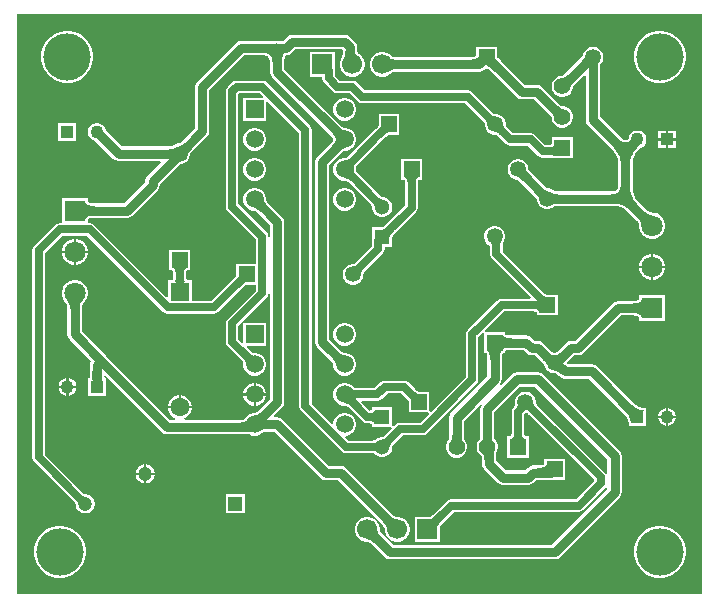
<source format=gbr>
G04*
G04 #@! TF.GenerationSoftware,Altium Limited,Altium Designer,22.11.1 (43)*
G04*
G04 Layer_Physical_Order=2*
G04 Layer_Color=16711680*
%FSLAX25Y25*%
%MOIN*%
G70*
G04*
G04 #@! TF.SameCoordinates,84F98C38-DC33-4437-A3FD-EC943A21A0DE*
G04*
G04*
G04 #@! TF.FilePolarity,Positive*
G04*
G01*
G75*
%ADD25C,0.04331*%
%ADD26R,0.04331X0.04331*%
%ADD27R,0.04724X0.04724*%
%ADD28C,0.04724*%
%ADD32C,0.06299*%
%ADD33R,0.06299X0.06299*%
%ADD36C,0.02500*%
%ADD37R,0.05512X0.05512*%
%ADD38C,0.05512*%
%ADD39R,0.05512X0.05512*%
%ADD40R,0.06693X0.06693*%
%ADD41C,0.06693*%
%ADD42C,0.05118*%
%ADD43R,0.05118X0.05118*%
%ADD44C,0.15748*%
%ADD45C,0.05315*%
%ADD46R,0.05315X0.05315*%
%ADD47R,0.05906X0.05906*%
%ADD48C,0.05906*%
%ADD49R,0.05315X0.05315*%
%ADD50C,0.07087*%
%ADD51R,0.07087X0.07087*%
%ADD52C,0.03150*%
G36*
X229197Y803D02*
X803D01*
Y194197D01*
X229197D01*
Y803D01*
D02*
G37*
%LPC*%
G36*
X160741Y183458D02*
X153826D01*
Y180618D01*
X153817Y180534D01*
X153788Y180453D01*
X153739Y180381D01*
X153648Y180296D01*
X153488Y180199D01*
X153248Y180101D01*
X152925Y180015D01*
X152522Y179948D01*
X152224Y179921D01*
X126825D01*
X126590Y179950D01*
X126353Y179994D01*
X126143Y180049D01*
X125960Y180111D01*
X125804Y180181D01*
X125673Y180255D01*
X125564Y180333D01*
X125437Y180447D01*
X125386Y180478D01*
X125046Y180818D01*
X124100Y181364D01*
X123046Y181647D01*
X121954D01*
X120899Y181364D01*
X119954Y180818D01*
X119182Y180046D01*
X118636Y179101D01*
X118353Y178046D01*
Y176954D01*
X118636Y175900D01*
X119182Y174954D01*
X119954Y174182D01*
X120899Y173636D01*
X121954Y173354D01*
X123046D01*
X124100Y173636D01*
X125046Y174182D01*
X125386Y174522D01*
X125437Y174553D01*
X125564Y174667D01*
X125673Y174745D01*
X125804Y174819D01*
X125960Y174889D01*
X126143Y174951D01*
X126353Y175006D01*
X126579Y175048D01*
X126904Y175079D01*
X154783D01*
X155710Y175263D01*
X156496Y175788D01*
X157131Y176423D01*
X157177Y176397D01*
X157627Y176083D01*
X158591Y175268D01*
X167237Y166622D01*
X168023Y166097D01*
X168949Y165913D01*
X173163D01*
X178547Y160528D01*
X178699Y160347D01*
X178793Y160219D01*
X178865Y160108D01*
X178910Y160026D01*
X178929Y159982D01*
X178932Y159948D01*
X178944Y159909D01*
Y159532D01*
X179186Y158627D01*
X179655Y157817D01*
X180317Y157155D01*
X181128Y156686D01*
X182032Y156444D01*
X182968D01*
X183872Y156686D01*
X184683Y157155D01*
X185345Y157817D01*
X185814Y158627D01*
X186056Y159532D01*
Y160468D01*
X185814Y161372D01*
X185345Y162183D01*
X184683Y162845D01*
X183872Y163314D01*
X182968Y163556D01*
X182591D01*
X182552Y163567D01*
X182518Y163571D01*
X182474Y163590D01*
X182392Y163635D01*
X182281Y163707D01*
X182158Y163796D01*
X181922Y164003D01*
X175878Y170046D01*
X175092Y170571D01*
X174166Y170756D01*
X169952D01*
X162176Y178532D01*
X161616Y179135D01*
X161207Y179647D01*
X160886Y180107D01*
X160741Y180361D01*
Y181790D01*
X160745Y181809D01*
X160741Y181827D01*
Y183458D01*
D02*
G37*
G36*
X110000Y187421D02*
X92500D01*
X91573Y187237D01*
X90788Y186712D01*
X89394Y185318D01*
X75397D01*
X74470Y185134D01*
X73684Y184609D01*
X60788Y171712D01*
X60263Y170927D01*
X60079Y170000D01*
Y156219D01*
X55347Y151488D01*
X55114Y151301D01*
X55018Y151235D01*
X54946Y151192D01*
X54926Y151182D01*
X54900Y151174D01*
X54545D01*
X53666Y150938D01*
X52877Y150483D01*
X52626Y150232D01*
X52602Y150220D01*
X52581Y150212D01*
X52499Y150191D01*
X52399Y150173D01*
X51918Y150138D01*
X35629D01*
X30283Y155484D01*
X30106Y156145D01*
X29715Y156821D01*
X29163Y157373D01*
X28487Y157763D01*
X27733Y157965D01*
X26952D01*
X26198Y157763D01*
X25522Y157373D01*
X24970Y156821D01*
X24579Y156145D01*
X24377Y155390D01*
Y154610D01*
X24579Y153855D01*
X24970Y153179D01*
X25522Y152627D01*
X26198Y152237D01*
X26858Y152060D01*
X32914Y146004D01*
X33699Y145480D01*
X34626Y145295D01*
X48501D01*
X48693Y144833D01*
X44236Y140377D01*
X43712Y139592D01*
X43527Y138665D01*
Y138295D01*
X36433Y131201D01*
X25944D01*
X25645Y131227D01*
X25241Y131294D01*
X24918Y131381D01*
X24678Y131479D01*
X24519Y131576D01*
X24428Y131659D01*
X24381Y131731D01*
X24352Y131811D01*
X24343Y131893D01*
Y133123D01*
X15657D01*
Y124590D01*
X15000D01*
X15000Y124590D01*
X14200Y124431D01*
X13522Y123978D01*
X13522Y123978D01*
X6500Y116956D01*
X6047Y116278D01*
X5888Y115478D01*
X5888Y115478D01*
Y46510D01*
X5888Y46510D01*
X6047Y45710D01*
X6500Y45032D01*
X19955Y31577D01*
X20029Y31492D01*
X20121Y31370D01*
X20196Y31258D01*
X20250Y31164D01*
X20284Y31092D01*
X20301Y31045D01*
X20304Y31027D01*
X20309Y30969D01*
X20322Y30920D01*
Y30588D01*
X20538Y29783D01*
X20954Y29062D01*
X21543Y28474D01*
X22264Y28057D01*
X23068Y27842D01*
X23901D01*
X24705Y28057D01*
X25426Y28474D01*
X26015Y29062D01*
X26431Y29783D01*
X26646Y30588D01*
Y31420D01*
X26431Y32225D01*
X26015Y32946D01*
X25426Y33534D01*
X24705Y33951D01*
X23901Y34166D01*
X23568D01*
X23519Y34180D01*
X23461Y34184D01*
X23443Y34188D01*
X23397Y34204D01*
X23324Y34238D01*
X23230Y34292D01*
X23118Y34367D01*
X22996Y34459D01*
X22911Y34533D01*
X10068Y47376D01*
Y114612D01*
X15866Y120410D01*
X24134D01*
X49478Y95066D01*
X50156Y94613D01*
X50955Y94454D01*
X50956Y94454D01*
X66328D01*
X66328Y94454D01*
X67128Y94613D01*
X67806Y95066D01*
X75689Y102950D01*
X76161Y103388D01*
X76558Y103706D01*
X76912Y103952D01*
X77071Y104042D01*
X78155D01*
X78174Y104039D01*
X78192Y104042D01*
X80410D01*
Y102087D01*
X71022Y92699D01*
X70569Y92021D01*
X70410Y91221D01*
X70410Y91221D01*
Y85000D01*
X70410Y85000D01*
X70569Y84200D01*
X71022Y83522D01*
X75700Y78844D01*
X75722Y78818D01*
X75852Y78642D01*
X75960Y78471D01*
X76049Y78305D01*
X76118Y78145D01*
X76170Y77989D01*
X76205Y77837D01*
X76225Y77688D01*
X76232Y77499D01*
X76247Y77436D01*
Y77006D01*
X76503Y76051D01*
X76997Y75196D01*
X77696Y74497D01*
X78552Y74003D01*
X79506Y73747D01*
X80494D01*
X81449Y74003D01*
X82304Y74497D01*
X83003Y75196D01*
X83497Y76051D01*
X83753Y77006D01*
Y77994D01*
X83497Y78948D01*
X83003Y79804D01*
X82304Y80503D01*
X81449Y80997D01*
X80494Y81253D01*
X80064D01*
X80001Y81268D01*
X79813Y81275D01*
X79663Y81295D01*
X79511Y81331D01*
X79355Y81382D01*
X79195Y81451D01*
X79029Y81540D01*
X78858Y81648D01*
X78682Y81778D01*
X78655Y81801D01*
X77171Y83285D01*
X77362Y83747D01*
X83753D01*
Y91253D01*
X76247D01*
Y84862D01*
X75785Y84671D01*
X74590Y85866D01*
Y90356D01*
X83978Y99743D01*
X83978Y99743D01*
X84431Y100422D01*
X84579Y101163D01*
X85079Y101114D01*
Y66003D01*
X80830Y61754D01*
X80723Y61661D01*
X80560Y61537D01*
X80410Y61436D01*
X80280Y61360D01*
X80174Y61310D01*
X80097Y61282D01*
X80052Y61272D01*
X79969Y61266D01*
X79921Y61253D01*
X79506D01*
X78552Y60997D01*
X77696Y60503D01*
X76997Y59804D01*
X76747Y59371D01*
X76714Y59338D01*
X76675Y59280D01*
X76670Y59275D01*
X76639Y59253D01*
X76571Y59218D01*
X76464Y59177D01*
X76318Y59138D01*
X76145Y59105D01*
X75921Y59085D01*
X56626D01*
X56524Y59575D01*
X57425Y60095D01*
X58161Y60831D01*
X58680Y61731D01*
X58950Y62736D01*
Y62856D01*
X55000D01*
X51050D01*
Y62736D01*
X51320Y61731D01*
X51840Y60831D01*
X52575Y60095D01*
X53475Y59575D01*
X53374Y59085D01*
X51839D01*
X30462Y80462D01*
X22421Y88503D01*
Y96533D01*
X22422Y96546D01*
X22461Y96821D01*
X22512Y97073D01*
X22577Y97299D01*
X22653Y97502D01*
X22738Y97682D01*
X22833Y97842D01*
X22938Y97982D01*
X23081Y98138D01*
X23114Y98192D01*
X23475Y98554D01*
X24047Y99544D01*
X24343Y100649D01*
Y101792D01*
X24047Y102897D01*
X23475Y103887D01*
X22667Y104696D01*
X21676Y105268D01*
X20572Y105564D01*
X19428D01*
X18324Y105268D01*
X17333Y104696D01*
X16524Y103887D01*
X15953Y102897D01*
X15657Y101792D01*
Y100649D01*
X15953Y99544D01*
X16524Y98554D01*
X16886Y98192D01*
X16919Y98138D01*
X17062Y97982D01*
X17166Y97842D01*
X17262Y97682D01*
X17347Y97502D01*
X17423Y97299D01*
X17488Y97073D01*
X17539Y96821D01*
X17578Y96545D01*
X17579Y96533D01*
Y87500D01*
X17763Y86573D01*
X18288Y85788D01*
X25402Y78674D01*
X25184Y78348D01*
X25000Y77421D01*
Y74103D01*
X24943Y73380D01*
X24900Y73091D01*
X24871Y72965D01*
X24456D01*
Y72172D01*
X24452Y72153D01*
X24456Y72135D01*
Y67035D01*
X30387D01*
Y72135D01*
X30390Y72153D01*
X30387Y72172D01*
Y72965D01*
X29971D01*
X29949Y73063D01*
X29915Y73497D01*
X30369Y73707D01*
X49124Y54952D01*
X49910Y54427D01*
X50836Y54242D01*
X77698D01*
X78003Y54217D01*
X78121Y54201D01*
X78199Y54186D01*
X78218Y54181D01*
X78242Y54171D01*
X78272Y54164D01*
X78552Y54003D01*
X79506Y53747D01*
X80494D01*
X81449Y54003D01*
X82304Y54497D01*
X82598Y54791D01*
X82641Y54815D01*
X82704Y54869D01*
X82743Y54894D01*
X82817Y54929D01*
X82927Y54968D01*
X83073Y55007D01*
X83251Y55041D01*
X83453Y55069D01*
X83594Y55079D01*
X86497D01*
X101997Y39579D01*
X102782Y39054D01*
X103709Y38870D01*
X103709Y38870D01*
X107706D01*
X122730Y23846D01*
X122875Y23660D01*
X123012Y23461D01*
X123122Y23274D01*
X123207Y23100D01*
X123268Y22941D01*
X123309Y22795D01*
X123331Y22663D01*
X123339Y22493D01*
X123354Y22435D01*
Y21954D01*
X123636Y20899D01*
X124182Y19954D01*
X124954Y19182D01*
X125900Y18636D01*
X126954Y18354D01*
X128046D01*
X129101Y18636D01*
X130046Y19182D01*
X130818Y19954D01*
X131364Y20899D01*
X131647Y21954D01*
Y23046D01*
X131364Y24101D01*
X130818Y25046D01*
X130046Y25818D01*
X129101Y26364D01*
X128046Y26646D01*
X127565D01*
X127507Y26661D01*
X127337Y26669D01*
X127205Y26691D01*
X127059Y26732D01*
X126900Y26793D01*
X126726Y26878D01*
X126539Y26989D01*
X126350Y27119D01*
X126098Y27326D01*
X110421Y43003D01*
X109635Y43528D01*
X108709Y43713D01*
X104712D01*
X89212Y59212D01*
X88427Y59737D01*
X87500Y59921D01*
X86499D01*
X86308Y60383D01*
X89212Y63288D01*
X89737Y64073D01*
X89921Y65000D01*
Y125000D01*
X89737Y125927D01*
X89212Y126712D01*
X84254Y131670D01*
X84161Y131777D01*
X84038Y131939D01*
X83936Y132090D01*
X83860Y132220D01*
X83810Y132326D01*
X83782Y132403D01*
X83772Y132448D01*
X83766Y132531D01*
X83753Y132579D01*
Y132994D01*
X83497Y133949D01*
X83003Y134804D01*
X82304Y135503D01*
X81449Y135997D01*
X80494Y136253D01*
X79506D01*
X78552Y135997D01*
X77696Y135503D01*
X76997Y134804D01*
X76503Y133949D01*
X76247Y132994D01*
Y132006D01*
X76503Y131052D01*
X76997Y130196D01*
X77696Y129497D01*
X78552Y129003D01*
X79506Y128747D01*
X79921D01*
X79969Y128734D01*
X80052Y128728D01*
X80097Y128718D01*
X80174Y128690D01*
X80280Y128640D01*
X80410Y128564D01*
X80560Y128463D01*
X80723Y128339D01*
X80830Y128246D01*
X85079Y123997D01*
Y120107D01*
X84579Y120058D01*
X84431Y120800D01*
X83978Y121478D01*
X83978Y121478D01*
X74590Y130866D01*
Y167670D01*
X74830Y167910D01*
X81634D01*
X82829Y166715D01*
X82638Y166253D01*
X76247D01*
Y158747D01*
X83753D01*
Y165138D01*
X84215Y165329D01*
X94773Y154771D01*
Y63562D01*
X94773Y63562D01*
X94932Y62762D01*
X95385Y62084D01*
X108947Y48522D01*
X109625Y48069D01*
X110425Y47910D01*
X119239D01*
X119383Y47894D01*
X119555Y47864D01*
X119702Y47829D01*
X119824Y47789D01*
X119922Y47748D01*
X119997Y47708D01*
X120051Y47670D01*
X120129Y47601D01*
X120178Y47572D01*
X120438Y47312D01*
X121203Y46870D01*
X122058Y46641D01*
X122942D01*
X123797Y46870D01*
X124563Y47312D01*
X125188Y47938D01*
X125630Y48703D01*
X125859Y49558D01*
Y49925D01*
X125873Y49981D01*
X125879Y50084D01*
X125891Y50149D01*
X125915Y50230D01*
X125955Y50329D01*
X126014Y50443D01*
X126093Y50573D01*
X126187Y50706D01*
X126321Y50865D01*
X129363Y53907D01*
X135997D01*
X135997Y53907D01*
X136797Y54066D01*
X137475Y54519D01*
X153978Y71022D01*
X153978Y71022D01*
X154431Y71700D01*
X154590Y72500D01*
Y86652D01*
X156043Y88105D01*
X156543Y87898D01*
Y82156D01*
X156539Y82138D01*
X156543Y82120D01*
Y81326D01*
X157268D01*
X157270Y81326D01*
X157313Y81257D01*
X157385Y81084D01*
X157458Y80821D01*
X157519Y80487D01*
X157579Y79789D01*
Y73503D01*
X145552Y61476D01*
X145027Y60690D01*
X144843Y59764D01*
Y53169D01*
X144822Y52933D01*
X144798Y52776D01*
X144770Y52647D01*
X144744Y52557D01*
X144726Y52512D01*
X144704Y52486D01*
X144685Y52450D01*
X144418Y52183D01*
X143950Y51372D01*
X143708Y50468D01*
Y49532D01*
X143950Y48627D01*
X144418Y47817D01*
X145080Y47155D01*
X145891Y46686D01*
X146796Y46444D01*
X147732D01*
X148636Y46686D01*
X149447Y47155D01*
X150109Y47817D01*
X150577Y48627D01*
X150820Y49532D01*
Y50468D01*
X150577Y51372D01*
X150109Y52183D01*
X149842Y52450D01*
X149823Y52486D01*
X149802Y52512D01*
X149784Y52557D01*
X149757Y52647D01*
X149730Y52776D01*
X149707Y52926D01*
X149685Y53239D01*
Y58761D01*
X155287Y64363D01*
X155676Y64044D01*
X155263Y63427D01*
X155079Y62500D01*
Y52608D01*
X154655Y52183D01*
X154186Y51372D01*
X153944Y50468D01*
Y49532D01*
X154186Y48627D01*
X154655Y47817D01*
X155317Y47155D01*
X155506Y47045D01*
X155512Y47038D01*
X155529Y47024D01*
X155534Y47016D01*
X155560Y46952D01*
X155591Y46847D01*
X155622Y46701D01*
X155647Y46529D01*
X155655Y46420D01*
Y44424D01*
X155839Y43497D01*
X156364Y42712D01*
X161004Y38071D01*
X161790Y37546D01*
X162716Y37362D01*
X171043D01*
X171970Y37546D01*
X172755Y38071D01*
X173680Y38996D01*
X178917D01*
X179151Y39042D01*
X183458D01*
Y45957D01*
X176542D01*
Y44534D01*
X176534Y44451D01*
X176505Y44370D01*
X176456Y44298D01*
X176365Y44213D01*
X176206Y44117D01*
X175966Y44019D01*
X175643Y43932D01*
X175239Y43865D01*
X174941Y43839D01*
X172677D01*
X171750Y43654D01*
X170965Y43130D01*
X170040Y42205D01*
X163719D01*
X160498Y45427D01*
Y47765D01*
X160515Y47989D01*
X160529Y48088D01*
X160539Y48144D01*
X160544Y48161D01*
X160814Y48627D01*
X161056Y49532D01*
Y50468D01*
X160814Y51372D01*
X160345Y52183D01*
X159921Y52608D01*
Y61497D01*
X168503Y70079D01*
X173371D01*
X197579Y45871D01*
Y41107D01*
X197079Y40956D01*
X196801Y41372D01*
X174131Y64042D01*
X174025Y64178D01*
X173923Y64327D01*
X173841Y64464D01*
X173780Y64590D01*
X173737Y64702D01*
X173709Y64801D01*
X173695Y64888D01*
X173689Y65014D01*
X173674Y65072D01*
Y65455D01*
X173438Y66334D01*
X172983Y67123D01*
X172339Y67767D01*
X171551Y68222D01*
X170672Y68458D01*
X169761D01*
X168882Y68222D01*
X168094Y67767D01*
X167450Y67123D01*
X166995Y66334D01*
X166759Y65455D01*
Y64545D01*
X166880Y64093D01*
X166880Y64048D01*
X166885Y64025D01*
X166873Y63989D01*
X166838Y63915D01*
X166779Y63814D01*
X166700Y63700D01*
X166581Y63559D01*
X166258Y63236D01*
X165805Y62558D01*
X165646Y61758D01*
X165646Y61758D01*
Y54666D01*
X165626Y54442D01*
X165576Y54136D01*
X165512Y53897D01*
X165443Y53728D01*
X165382Y53627D01*
X165340Y53582D01*
X165317Y53567D01*
X165292Y53558D01*
X165272Y53556D01*
X164180D01*
Y46444D01*
X171292D01*
Y53556D01*
X170201D01*
X170180Y53558D01*
X170155Y53567D01*
X170133Y53582D01*
X170091Y53627D01*
X170030Y53728D01*
X169961Y53897D01*
X169897Y54136D01*
X169846Y54442D01*
X169826Y54666D01*
Y60892D01*
X170104Y61170D01*
X170386Y61399D01*
X170490Y61472D01*
X170506Y61482D01*
X170514Y61480D01*
X170627Y61436D01*
X170752Y61375D01*
X170890Y61294D01*
X171030Y61198D01*
X171218Y61043D01*
X193119Y39141D01*
Y38575D01*
X187071Y32527D01*
X145437D01*
X144637Y32368D01*
X143959Y31915D01*
X143959Y31915D01*
X139779Y27735D01*
X139309Y27299D01*
X138911Y26979D01*
X138556Y26731D01*
X138408Y26646D01*
X133353D01*
Y24066D01*
X133313Y23864D01*
X133353Y23662D01*
Y18354D01*
X141647D01*
Y23408D01*
X141731Y23556D01*
X141973Y23902D01*
X142612Y24656D01*
X146302Y28346D01*
X187937D01*
X187937Y28346D01*
X188736Y28506D01*
X189415Y28959D01*
X196801Y36345D01*
X196801Y36345D01*
X197079Y36761D01*
X197579Y36609D01*
Y36003D01*
X178997Y17421D01*
X126003D01*
X122270Y21154D01*
X122125Y21340D01*
X121988Y21539D01*
X121878Y21726D01*
X121793Y21900D01*
X121732Y22059D01*
X121691Y22205D01*
X121669Y22337D01*
X121661Y22507D01*
X121646Y22565D01*
Y23046D01*
X121364Y24101D01*
X120818Y25046D01*
X120046Y25818D01*
X119100Y26364D01*
X118046Y26646D01*
X116954D01*
X115900Y26364D01*
X114954Y25818D01*
X114182Y25046D01*
X113636Y24101D01*
X113354Y23046D01*
Y21954D01*
X113636Y20899D01*
X114182Y19954D01*
X114954Y19182D01*
X115900Y18636D01*
X116954Y18354D01*
X117435D01*
X117493Y18339D01*
X117663Y18331D01*
X117795Y18309D01*
X117941Y18268D01*
X118101Y18207D01*
X118274Y18122D01*
X118461Y18011D01*
X118650Y17882D01*
X118902Y17674D01*
X123288Y13288D01*
X124073Y12763D01*
X125000Y12579D01*
X180000D01*
X180927Y12763D01*
X181712Y13288D01*
X201712Y33288D01*
X202237Y34073D01*
X202421Y35000D01*
Y46874D01*
X202237Y47800D01*
X201712Y48586D01*
X176086Y74212D01*
X175301Y74737D01*
X174374Y74921D01*
X167500D01*
X166573Y74737D01*
X165788Y74212D01*
X162213Y70637D01*
X161824Y70956D01*
X162237Y71573D01*
X162421Y72500D01*
X162421Y72500D01*
Y79898D01*
X162431Y80052D01*
X162478Y80475D01*
X162542Y80821D01*
X162615Y81084D01*
X162687Y81257D01*
X162730Y81326D01*
X162732Y81326D01*
X163458D01*
Y82051D01*
X163458Y82053D01*
X163526Y82096D01*
X163700Y82169D01*
X163962Y82242D01*
X164297Y82303D01*
X164994Y82362D01*
X169430D01*
X170596Y81196D01*
X171382Y80671D01*
X172308Y80487D01*
X173533D01*
X176353Y77666D01*
X176517Y77468D01*
X176562Y77406D01*
X176778Y76599D01*
X177233Y75810D01*
X177877Y75166D01*
X178665Y74711D01*
X179545Y74476D01*
X180455D01*
X180490Y74485D01*
X180521Y74469D01*
X180615Y74413D01*
X180722Y74338D01*
X180964Y74130D01*
X181590Y73504D01*
X182376Y72979D01*
X183302Y72795D01*
X191359D01*
X203161Y60993D01*
X203366Y60755D01*
X203670Y60357D01*
X203928Y59968D01*
X204143Y59589D01*
X204315Y59221D01*
X204446Y58863D01*
X204537Y58516D01*
X204591Y58178D01*
X204611Y57803D01*
X204613Y57793D01*
Y57035D01*
X205407D01*
X205425Y57031D01*
X205444Y57035D01*
X205451D01*
X205469Y57032D01*
X205479Y57035D01*
X210544D01*
Y62100D01*
X210547Y62110D01*
X210544Y62127D01*
Y62135D01*
X210548Y62153D01*
X210544Y62172D01*
Y62965D01*
X209785D01*
X209775Y62968D01*
X209401Y62988D01*
X209063Y63042D01*
X208716Y63133D01*
X208358Y63264D01*
X207990Y63436D01*
X207611Y63650D01*
X207232Y63902D01*
X206537Y64466D01*
X194074Y76929D01*
X193289Y77454D01*
X192362Y77638D01*
X184326D01*
X183986Y78006D01*
X186467Y80487D01*
X187692D01*
X188618Y80671D01*
X189404Y81196D01*
X202007Y93799D01*
X206556D01*
X206855Y93773D01*
X207259Y93706D01*
X207582Y93619D01*
X207822Y93521D01*
X207981Y93424D01*
X208072Y93340D01*
X208120Y93269D01*
X208148Y93189D01*
X208157Y93107D01*
Y91877D01*
X216843D01*
Y100564D01*
X208157D01*
Y99334D01*
X208148Y99252D01*
X208120Y99172D01*
X208072Y99101D01*
X207981Y99016D01*
X207822Y98920D01*
X207582Y98822D01*
X207259Y98735D01*
X206855Y98668D01*
X206556Y98642D01*
X201004D01*
X200077Y98457D01*
X199292Y97933D01*
X186689Y85330D01*
X185465D01*
X184538Y85145D01*
X183752Y84620D01*
X180831Y81699D01*
X180654Y81552D01*
X180539Y81471D01*
X180443Y81411D01*
X180401Y81391D01*
X179599D01*
X179557Y81411D01*
X179461Y81471D01*
X179353Y81548D01*
X179119Y81749D01*
X176248Y84620D01*
X175462Y85145D01*
X174536Y85330D01*
X173311D01*
X172145Y86496D01*
X171360Y87020D01*
X170433Y87205D01*
X164885D01*
X164732Y87214D01*
X164308Y87262D01*
X163962Y87325D01*
X163700Y87398D01*
X163526Y87470D01*
X163458Y87514D01*
X163458Y87515D01*
Y88241D01*
X162664D01*
X162645Y88245D01*
X162627Y88241D01*
X156904D01*
X156697Y88741D01*
X163149Y95193D01*
X172933D01*
X173156Y95174D01*
X173463Y95123D01*
X173702Y95059D01*
X173871Y94990D01*
X173971Y94929D01*
X174016Y94887D01*
X174031Y94864D01*
X174040Y94839D01*
X174042Y94819D01*
Y93826D01*
X180957D01*
Y100741D01*
X177281D01*
X177133Y100826D01*
X176787Y101067D01*
X176033Y101706D01*
X162629Y115111D01*
Y117238D01*
X162664Y117576D01*
X162693Y117743D01*
X162728Y117896D01*
X162767Y118026D01*
X162807Y118133D01*
X162847Y118217D01*
X162906Y118317D01*
X162924Y118366D01*
X163222Y118882D01*
X163458Y119761D01*
Y120672D01*
X163222Y121551D01*
X162767Y122339D01*
X162123Y122983D01*
X161335Y123438D01*
X160455Y123674D01*
X159545D01*
X158666Y123438D01*
X157877Y122983D01*
X157233Y122339D01*
X156778Y121551D01*
X156543Y120672D01*
Y119761D01*
X156778Y118882D01*
X157233Y118094D01*
X157877Y117450D01*
X158060Y117345D01*
X158074Y117328D01*
X158166Y117259D01*
X158209Y117216D01*
X158254Y117158D01*
X158299Y117080D01*
X158344Y116978D01*
X158386Y116849D01*
X158421Y116692D01*
X158449Y116512D01*
Y114245D01*
X158448Y114245D01*
X158607Y113445D01*
X159061Y112767D01*
X171992Y99836D01*
X171801Y99374D01*
X162284D01*
X162284Y99374D01*
X161484Y99215D01*
X160805Y98761D01*
X160805Y98761D01*
X153559Y91514D01*
X153504Y91478D01*
X151022Y88996D01*
X150569Y88318D01*
X150410Y87518D01*
X150410Y87518D01*
Y73366D01*
X138741Y61697D01*
X138241Y61904D01*
Y68458D01*
X134564D01*
X134417Y68542D01*
X134071Y68784D01*
X133317Y69423D01*
X131261Y71478D01*
X130583Y71931D01*
X129783Y72090D01*
X129783Y72090D01*
X123399D01*
X122599Y71931D01*
X121921Y71478D01*
X121921Y71478D01*
X120033Y69590D01*
X113992D01*
X113957Y69593D01*
X113741Y69626D01*
X113543Y69670D01*
X113363Y69725D01*
X113201Y69789D01*
X113055Y69863D01*
X112922Y69945D01*
X112802Y70037D01*
X112663Y70165D01*
X112608Y70199D01*
X112304Y70503D01*
X111449Y70997D01*
X110494Y71253D01*
X109506D01*
X108552Y70997D01*
X107696Y70503D01*
X106997Y69804D01*
X106503Y68949D01*
X106247Y67994D01*
Y67006D01*
X106503Y66052D01*
X106997Y65196D01*
X107696Y64497D01*
X108552Y64003D01*
X109506Y63747D01*
X109936D01*
X109999Y63732D01*
X110187Y63725D01*
X110337Y63705D01*
X110489Y63670D01*
X110645Y63618D01*
X110805Y63549D01*
X110971Y63460D01*
X111142Y63352D01*
X111318Y63222D01*
X111345Y63200D01*
X116022Y58522D01*
X116700Y58069D01*
X117500Y57910D01*
X118078D01*
X118287Y57892D01*
X118588Y57843D01*
X118822Y57781D01*
X118986Y57716D01*
X119083Y57658D01*
X119124Y57621D01*
X119134Y57605D01*
X119140Y57591D01*
X119141Y57580D01*
Y56641D01*
X125478D01*
X125685Y56141D01*
X123328Y53784D01*
X123214Y53693D01*
X123072Y53593D01*
X122943Y53514D01*
X122829Y53455D01*
X122731Y53415D01*
X122649Y53391D01*
X122584Y53379D01*
X122480Y53373D01*
X122425Y53359D01*
X122058D01*
X121203Y53130D01*
X120438Y52688D01*
X120178Y52428D01*
X120129Y52399D01*
X120051Y52330D01*
X119997Y52292D01*
X119922Y52252D01*
X119824Y52211D01*
X119702Y52171D01*
X119555Y52136D01*
X119394Y52108D01*
X119187Y52090D01*
X111291D01*
X110096Y53285D01*
X110287Y53747D01*
X110494D01*
X111449Y54003D01*
X112304Y54497D01*
X113003Y55196D01*
X113497Y56051D01*
X113753Y57006D01*
Y57994D01*
X113497Y58948D01*
X113003Y59804D01*
X112304Y60503D01*
X111449Y60997D01*
X110494Y61253D01*
X109506D01*
X108552Y60997D01*
X107696Y60503D01*
X106997Y59804D01*
X106503Y58948D01*
X106247Y57994D01*
Y57787D01*
X105785Y57596D01*
X98953Y64428D01*
Y155637D01*
X98953Y155637D01*
X98794Y156437D01*
X98341Y157115D01*
X98341Y157115D01*
X83978Y171478D01*
X83300Y171931D01*
X82500Y172090D01*
X82500Y172090D01*
X73965D01*
X73165Y171931D01*
X72487Y171478D01*
X72487Y171478D01*
X71022Y170013D01*
X70569Y169335D01*
X70410Y168535D01*
X70410Y168535D01*
Y130000D01*
X70410Y130000D01*
X70569Y129200D01*
X71022Y128522D01*
X80410Y119134D01*
Y110958D01*
X73826D01*
Y108408D01*
X73822Y108390D01*
X73826Y108372D01*
Y107287D01*
X73736Y107129D01*
X73495Y106784D01*
X72858Y106030D01*
X65462Y98635D01*
X58950D01*
Y105694D01*
X57464D01*
X57444Y105696D01*
X57419Y105705D01*
X57396Y105720D01*
X57354Y105765D01*
X57293Y105866D01*
X57225Y106034D01*
X57161Y106273D01*
X57110Y106580D01*
X57090Y106804D01*
Y107713D01*
X57110Y107935D01*
X57161Y108239D01*
X57224Y108476D01*
X57293Y108643D01*
X57353Y108743D01*
X57395Y108788D01*
X57418Y108803D01*
X57443Y108812D01*
X57578Y108826D01*
X58457D01*
Y115741D01*
X51543D01*
Y108826D01*
X52422D01*
X52557Y108812D01*
X52582Y108803D01*
X52605Y108788D01*
X52647Y108743D01*
X52707Y108643D01*
X52776Y108476D01*
X52839Y108239D01*
X52890Y107935D01*
X52910Y107713D01*
Y106804D01*
X52890Y106580D01*
X52839Y106273D01*
X52775Y106034D01*
X52707Y105866D01*
X52645Y105765D01*
X52604Y105720D01*
X52581Y105705D01*
X52556Y105696D01*
X52536Y105694D01*
X51050D01*
Y100059D01*
X50589Y99867D01*
X26478Y123978D01*
X25800Y124431D01*
X25000Y124590D01*
X25000Y124590D01*
X24343D01*
Y125666D01*
X24352Y125748D01*
X24381Y125828D01*
X24428Y125900D01*
X24519Y125984D01*
X24678Y126080D01*
X24918Y126178D01*
X25241Y126265D01*
X25645Y126332D01*
X25944Y126358D01*
X37436D01*
X38363Y126542D01*
X39148Y127067D01*
X47661Y135580D01*
X48186Y136366D01*
X48370Y137292D01*
Y137662D01*
X54653Y143945D01*
X54886Y144132D01*
X54982Y144198D01*
X55054Y144241D01*
X55075Y144251D01*
X55099Y144259D01*
X55455D01*
X56335Y144495D01*
X57123Y144950D01*
X57767Y145594D01*
X58222Y146382D01*
X58457Y147261D01*
Y147617D01*
X58466Y147642D01*
X58475Y147662D01*
X58518Y147735D01*
X58576Y147819D01*
X58891Y148184D01*
X64212Y153504D01*
X64737Y154290D01*
X64921Y155217D01*
Y168997D01*
X76399Y180475D01*
X83299D01*
X83709Y180403D01*
X84057Y180287D01*
X84336Y180137D01*
X84558Y179955D01*
X84740Y179732D01*
X84890Y179454D01*
X85006Y179105D01*
X85079Y178695D01*
Y175000D01*
X85263Y174073D01*
X85788Y173288D01*
X105746Y153330D01*
X105839Y153223D01*
X105963Y153060D01*
X106064Y152910D01*
X106140Y152780D01*
X106190Y152674D01*
X106218Y152597D01*
X106228Y152552D01*
X106232Y152500D01*
X106228Y152448D01*
X106218Y152403D01*
X106190Y152326D01*
X106140Y152220D01*
X106064Y152090D01*
X105963Y151939D01*
X105839Y151777D01*
X105746Y151671D01*
X100788Y146712D01*
X100263Y145927D01*
X100079Y145000D01*
Y85000D01*
X100263Y84073D01*
X100788Y83288D01*
X105746Y78329D01*
X105839Y78223D01*
X105963Y78061D01*
X106064Y77910D01*
X106140Y77780D01*
X106190Y77674D01*
X106218Y77597D01*
X106228Y77552D01*
X106234Y77469D01*
X106247Y77421D01*
Y77006D01*
X106503Y76051D01*
X106997Y75196D01*
X107696Y74497D01*
X108552Y74003D01*
X109506Y73747D01*
X110494D01*
X111449Y74003D01*
X112304Y74497D01*
X113003Y75196D01*
X113497Y76051D01*
X113753Y77006D01*
Y77994D01*
X113497Y78948D01*
X113003Y79804D01*
X112304Y80503D01*
X111449Y80997D01*
X110494Y81253D01*
X110079D01*
X110031Y81266D01*
X109948Y81272D01*
X109903Y81282D01*
X109826Y81310D01*
X109720Y81360D01*
X109590Y81436D01*
X109440Y81537D01*
X109277Y81661D01*
X109170Y81754D01*
X104921Y86003D01*
Y143997D01*
X109170Y148246D01*
X109277Y148339D01*
X109440Y148462D01*
X109590Y148564D01*
X109720Y148640D01*
X109826Y148690D01*
X109903Y148718D01*
X109948Y148728D01*
X110031Y148734D01*
X110079Y148747D01*
X110494D01*
X111449Y149003D01*
X112304Y149497D01*
X113003Y150196D01*
X113497Y151051D01*
X113753Y152006D01*
Y152994D01*
X113497Y153948D01*
X113003Y154804D01*
X112304Y155503D01*
X111449Y155997D01*
X110494Y156253D01*
X110079D01*
X110031Y156266D01*
X109948Y156272D01*
X109903Y156282D01*
X109826Y156310D01*
X109720Y156360D01*
X109590Y156436D01*
X109440Y156537D01*
X109277Y156661D01*
X109170Y156754D01*
X89921Y176003D01*
Y178896D01*
X90000Y179646D01*
X90072Y179965D01*
X90158Y180214D01*
X90241Y180377D01*
X90306Y180460D01*
X90325Y180475D01*
X90396D01*
X91323Y180659D01*
X92109Y181184D01*
X93503Y182579D01*
X108997D01*
X109276Y182299D01*
Y181038D01*
X109269Y180939D01*
X109201Y180427D01*
X109160Y180229D01*
X109112Y180050D01*
X109061Y179901D01*
X109009Y179780D01*
X108938Y179650D01*
X108918Y179589D01*
X108636Y179101D01*
X108353Y178046D01*
Y176954D01*
X108636Y175900D01*
X109182Y174954D01*
X109954Y174182D01*
X110899Y173636D01*
X111954Y173354D01*
X113046D01*
X114101Y173636D01*
X115046Y174182D01*
X115818Y174954D01*
X116364Y175900D01*
X116647Y176954D01*
Y178046D01*
X116364Y179101D01*
X115818Y180046D01*
X115046Y180818D01*
X114698Y181019D01*
X114666Y181052D01*
X114539Y181140D01*
X114467Y181208D01*
X114398Y181295D01*
X114330Y181407D01*
X114265Y181550D01*
X114207Y181725D01*
X114157Y181935D01*
X114120Y182178D01*
X114119Y182191D01*
Y183302D01*
X113935Y184229D01*
X113410Y185014D01*
X111712Y186712D01*
X110927Y187237D01*
X110000Y187421D01*
D02*
G37*
G36*
X215854Y188674D02*
X214146D01*
X212470Y188341D01*
X210891Y187687D01*
X209471Y186738D01*
X208262Y185529D01*
X207313Y184109D01*
X206659Y182530D01*
X206326Y180854D01*
Y179146D01*
X206659Y177470D01*
X207313Y175891D01*
X208262Y174471D01*
X209471Y173263D01*
X210891Y172313D01*
X212470Y171659D01*
X214146Y171326D01*
X215854D01*
X217530Y171659D01*
X219109Y172313D01*
X220529Y173263D01*
X221738Y174471D01*
X222687Y175891D01*
X223341Y177470D01*
X223674Y179146D01*
Y180854D01*
X223341Y182530D01*
X222687Y184109D01*
X221738Y185529D01*
X220529Y186738D01*
X219109Y187687D01*
X217530Y188341D01*
X215854Y188674D01*
D02*
G37*
G36*
X18354D02*
X16646D01*
X14970Y188341D01*
X13391Y187687D01*
X11971Y186738D01*
X10763Y185529D01*
X9813Y184109D01*
X9159Y182530D01*
X8826Y180854D01*
Y179146D01*
X9159Y177470D01*
X9813Y175891D01*
X10763Y174471D01*
X11971Y173263D01*
X13391Y172313D01*
X14970Y171659D01*
X16646Y171326D01*
X18354D01*
X20030Y171659D01*
X21609Y172313D01*
X23029Y173263D01*
X24238Y174471D01*
X25187Y175891D01*
X25841Y177470D01*
X26174Y179146D01*
Y180854D01*
X25841Y182530D01*
X25187Y184109D01*
X24238Y185529D01*
X23029Y186738D01*
X21609Y187687D01*
X20030Y188341D01*
X18354Y188674D01*
D02*
G37*
G36*
X110494Y166253D02*
X109506D01*
X108552Y165997D01*
X107696Y165503D01*
X106997Y164804D01*
X106503Y163949D01*
X106247Y162994D01*
Y162006D01*
X106503Y161051D01*
X106997Y160196D01*
X107696Y159497D01*
X108552Y159003D01*
X109506Y158747D01*
X110494D01*
X111449Y159003D01*
X112304Y159497D01*
X113003Y160196D01*
X113497Y161051D01*
X113753Y162006D01*
Y162994D01*
X113497Y163949D01*
X113003Y164804D01*
X112304Y165503D01*
X111449Y165997D01*
X110494Y166253D01*
D02*
G37*
G36*
X128241Y160958D02*
X121326D01*
Y158408D01*
X121322Y158390D01*
X121326Y158372D01*
Y157287D01*
X121236Y157129D01*
X120995Y156784D01*
X120358Y156030D01*
X111168Y146841D01*
X111152Y146827D01*
X110974Y146693D01*
X110799Y146579D01*
X110630Y146484D01*
X110466Y146408D01*
X110306Y146350D01*
X110149Y146307D01*
X109995Y146279D01*
X109805Y146263D01*
X109771Y146253D01*
X109506D01*
X108552Y145997D01*
X107696Y145503D01*
X106997Y144804D01*
X106503Y143948D01*
X106247Y142994D01*
Y142006D01*
X106503Y141051D01*
X106997Y140196D01*
X107696Y139497D01*
X108552Y139003D01*
X109506Y138747D01*
X109936D01*
X109999Y138732D01*
X110187Y138725D01*
X110337Y138705D01*
X110489Y138670D01*
X110645Y138618D01*
X110805Y138549D01*
X110971Y138460D01*
X111142Y138352D01*
X111318Y138222D01*
X111345Y138199D01*
X118716Y130828D01*
X118807Y130714D01*
X118907Y130572D01*
X118986Y130443D01*
X119045Y130329D01*
X119085Y130231D01*
X119109Y130149D01*
X119121Y130084D01*
X119127Y129981D01*
X119141Y129925D01*
Y129558D01*
X119370Y128703D01*
X119812Y127937D01*
X120438Y127312D01*
X121203Y126870D01*
X122058Y126641D01*
X122942D01*
X123797Y126870D01*
X124563Y127312D01*
X125188Y127937D01*
X125630Y128703D01*
X125859Y129558D01*
Y130442D01*
X125630Y131297D01*
X125188Y132062D01*
X124563Y132688D01*
X123797Y133130D01*
X122942Y133359D01*
X122575D01*
X122520Y133373D01*
X122416Y133379D01*
X122351Y133391D01*
X122269Y133415D01*
X122171Y133455D01*
X122057Y133514D01*
X121927Y133593D01*
X121794Y133687D01*
X121635Y133821D01*
X114300Y141156D01*
X114278Y141182D01*
X114148Y141358D01*
X114040Y141529D01*
X113951Y141695D01*
X113882Y141855D01*
X113830Y142011D01*
X113795Y142163D01*
X113775Y142313D01*
X113768Y142501D01*
X113753Y142564D01*
Y142639D01*
X113763Y142692D01*
X113761Y142878D01*
X113774Y143022D01*
X113802Y143168D01*
X113847Y143318D01*
X113910Y143473D01*
X113992Y143635D01*
X114095Y143802D01*
X114221Y143976D01*
X114250Y144010D01*
X123189Y152950D01*
X123661Y153388D01*
X124058Y153706D01*
X124413Y153952D01*
X124571Y154042D01*
X125655D01*
X125673Y154039D01*
X125692Y154042D01*
X128241D01*
Y160958D01*
D02*
G37*
G36*
X220387Y155465D02*
X217821D01*
Y152900D01*
X220387D01*
Y155465D01*
D02*
G37*
G36*
X217021D02*
X214456D01*
Y152900D01*
X217021D01*
Y155465D01*
D02*
G37*
G36*
X20465Y157965D02*
X14535D01*
Y152035D01*
X20465D01*
Y157965D01*
D02*
G37*
G36*
X220387Y152100D02*
X217821D01*
Y149535D01*
X220387D01*
Y152100D01*
D02*
G37*
G36*
X217021D02*
X214456D01*
Y149535D01*
X217021D01*
Y152100D01*
D02*
G37*
G36*
X80494Y156253D02*
X79506D01*
X78552Y155997D01*
X77696Y155503D01*
X76997Y154804D01*
X76503Y153948D01*
X76247Y152994D01*
Y152006D01*
X76503Y151051D01*
X76997Y150196D01*
X77696Y149497D01*
X78552Y149003D01*
X79506Y148747D01*
X80494D01*
X81449Y149003D01*
X82304Y149497D01*
X83003Y150196D01*
X83497Y151051D01*
X83753Y152006D01*
Y152994D01*
X83497Y153948D01*
X83003Y154804D01*
X82304Y155503D01*
X81449Y155997D01*
X80494Y156253D01*
D02*
G37*
G36*
X106647Y181647D02*
X98353D01*
Y173354D01*
X102401D01*
X102506Y172904D01*
X102665Y172104D01*
X103119Y171426D01*
X106022Y168522D01*
X106022Y168522D01*
X106700Y168069D01*
X107500Y167910D01*
X107500Y167910D01*
X111634D01*
X114301Y165243D01*
X114301Y165243D01*
X114979Y164790D01*
X115779Y164631D01*
X115779Y164631D01*
X150130D01*
X156302Y158458D01*
X156408Y158322D01*
X156510Y158174D01*
X156592Y158036D01*
X156653Y157910D01*
X156696Y157798D01*
X156724Y157699D01*
X156738Y157612D01*
X156745Y157486D01*
X156759Y157428D01*
Y157045D01*
X156995Y156166D01*
X157450Y155377D01*
X158094Y154733D01*
X158882Y154278D01*
X159761Y154042D01*
X160145D01*
X160203Y154028D01*
X160328Y154022D01*
X160415Y154007D01*
X160514Y153980D01*
X160627Y153937D01*
X160752Y153875D01*
X160890Y153794D01*
X161030Y153698D01*
X161218Y153543D01*
X163739Y151022D01*
X163739Y151022D01*
X164417Y150569D01*
X165217Y150410D01*
X165217Y150410D01*
X171142D01*
X174516Y147036D01*
X174516Y147036D01*
X175194Y146583D01*
X175994Y146424D01*
X175994Y146424D01*
X178544D01*
X178944Y146398D01*
Y146208D01*
X179736D01*
X179754Y146204D01*
X179772Y146208D01*
X186056D01*
Y153320D01*
X178944D01*
Y150981D01*
X178942Y150960D01*
X178932Y150934D01*
X178917Y150911D01*
X178871Y150868D01*
X178770Y150807D01*
X178602Y150738D01*
X178363Y150674D01*
X178057Y150624D01*
X177833Y150604D01*
X176860D01*
X173486Y153978D01*
X172808Y154431D01*
X172008Y154590D01*
X172008Y154590D01*
X166082D01*
X164131Y156542D01*
X164025Y156678D01*
X163923Y156826D01*
X163841Y156964D01*
X163780Y157090D01*
X163737Y157202D01*
X163709Y157301D01*
X163695Y157388D01*
X163689Y157514D01*
X163674Y157572D01*
Y157955D01*
X163438Y158835D01*
X162983Y159623D01*
X162339Y160267D01*
X161551Y160722D01*
X160672Y160958D01*
X160288D01*
X160231Y160972D01*
X160105Y160978D01*
X160018Y160993D01*
X159919Y161020D01*
X159806Y161064D01*
X159681Y161125D01*
X159543Y161206D01*
X159404Y161302D01*
X159215Y161457D01*
X152473Y168199D01*
X151795Y168652D01*
X150996Y168811D01*
X150995Y168811D01*
X116645D01*
X113978Y171478D01*
X113300Y171931D01*
X112500Y172090D01*
X112500Y172090D01*
X108366D01*
X106687Y173769D01*
Y175403D01*
X106647Y175605D01*
Y181647D01*
D02*
G37*
G36*
X80494Y146253D02*
X79506D01*
X78552Y145997D01*
X77696Y145503D01*
X76997Y144804D01*
X76503Y143948D01*
X76247Y142994D01*
Y142006D01*
X76503Y141051D01*
X76997Y140196D01*
X77696Y139497D01*
X78552Y139003D01*
X79506Y138747D01*
X80494D01*
X81449Y139003D01*
X82304Y139497D01*
X83003Y140196D01*
X83497Y141051D01*
X83753Y142006D01*
Y142994D01*
X83497Y143948D01*
X83003Y144804D01*
X82304Y145503D01*
X81449Y145997D01*
X80494Y146253D01*
D02*
G37*
G36*
X193172Y183458D02*
X192261D01*
X191382Y183222D01*
X190594Y182767D01*
X189950Y182123D01*
X189495Y181334D01*
X189259Y180455D01*
Y180285D01*
X189251Y180270D01*
X189202Y180195D01*
X189137Y180106D01*
X188868Y179802D01*
X183246Y174180D01*
X183040Y174011D01*
X182915Y173923D01*
X182807Y173856D01*
X182728Y173817D01*
X182690Y173802D01*
X182655Y173801D01*
X182619Y173792D01*
X182032D01*
X181128Y173550D01*
X180317Y173082D01*
X179655Y172420D01*
X179186Y171609D01*
X178944Y170704D01*
Y169768D01*
X179186Y168864D01*
X179655Y168053D01*
X180317Y167391D01*
X181128Y166923D01*
X182032Y166680D01*
X182968D01*
X183872Y166923D01*
X184683Y167391D01*
X185345Y168053D01*
X185814Y168864D01*
X186056Y169768D01*
Y169969D01*
X186058Y169976D01*
X186063Y170004D01*
X186085Y170051D01*
X186136Y170136D01*
X186200Y170229D01*
X186549Y170635D01*
X189833Y173919D01*
X190295Y173728D01*
Y158997D01*
X190480Y158070D01*
X191004Y157284D01*
X199624Y148665D01*
X199906Y148312D01*
X200204Y147874D01*
X200461Y147422D01*
X200677Y146955D01*
X200854Y146471D01*
X200993Y145970D01*
X201092Y145450D01*
X201142Y145001D01*
Y136918D01*
X201069Y136508D01*
X200953Y136159D01*
X200803Y135881D01*
X200621Y135658D01*
X200398Y135476D01*
X200120Y135326D01*
X199771Y135210D01*
X199362Y135138D01*
X180413D01*
X180115Y135170D01*
X180001Y135191D01*
X179919Y135212D01*
X179898Y135220D01*
X179874Y135232D01*
X179623Y135483D01*
X178834Y135938D01*
X177955Y136174D01*
X177600D01*
X177575Y136182D01*
X177554Y136192D01*
X177482Y136235D01*
X177398Y136293D01*
X177033Y136608D01*
X171488Y142153D01*
X171301Y142386D01*
X171235Y142482D01*
X171192Y142554D01*
X171182Y142575D01*
X171174Y142599D01*
Y142955D01*
X170938Y143834D01*
X170483Y144623D01*
X169840Y145267D01*
X169051Y145722D01*
X168172Y145958D01*
X167261D01*
X166382Y145722D01*
X165594Y145267D01*
X164950Y144623D01*
X164495Y143834D01*
X164259Y142955D01*
Y142045D01*
X164495Y141165D01*
X164950Y140377D01*
X165594Y139733D01*
X166382Y139278D01*
X167261Y139042D01*
X167617D01*
X167642Y139034D01*
X167663Y139025D01*
X167735Y138982D01*
X167819Y138924D01*
X168184Y138609D01*
X173728Y133064D01*
X173916Y132831D01*
X173982Y132735D01*
X174025Y132662D01*
X174034Y132642D01*
X174042Y132617D01*
Y132261D01*
X174278Y131382D01*
X174733Y130594D01*
X175377Y129950D01*
X176165Y129495D01*
X177045Y129259D01*
X177955D01*
X178834Y129495D01*
X179623Y129950D01*
X179874Y130201D01*
X179898Y130213D01*
X179919Y130221D01*
X180001Y130242D01*
X180101Y130260D01*
X180582Y130295D01*
X200414D01*
X200862Y130245D01*
X201383Y130146D01*
X201884Y130008D01*
X202368Y129831D01*
X202835Y129614D01*
X203287Y129357D01*
X203725Y129060D01*
X204077Y128778D01*
X207473Y125382D01*
X207481Y125372D01*
X207650Y125150D01*
X207790Y124936D01*
X207905Y124730D01*
X207995Y124533D01*
X208062Y124345D01*
X208107Y124165D01*
X208133Y123992D01*
X208142Y123780D01*
X208157Y123720D01*
Y123208D01*
X208453Y122103D01*
X209025Y121113D01*
X209833Y120304D01*
X210823Y119732D01*
X211928Y119436D01*
X213072D01*
X214177Y119732D01*
X215167Y120304D01*
X215975Y121113D01*
X216547Y122103D01*
X216843Y123208D01*
Y124351D01*
X216547Y125456D01*
X215975Y126446D01*
X215167Y127255D01*
X214177Y127827D01*
X213072Y128123D01*
X212560D01*
X212499Y128138D01*
X212288Y128147D01*
X212115Y128172D01*
X211935Y128218D01*
X211747Y128284D01*
X211550Y128374D01*
X211344Y128489D01*
X211129Y128630D01*
X210907Y128798D01*
X210898Y128806D01*
X207502Y132202D01*
X207220Y132554D01*
X206922Y132992D01*
X206665Y133444D01*
X206449Y133912D01*
X206272Y134396D01*
X206133Y134897D01*
X206034Y135417D01*
X205984Y135866D01*
Y145001D01*
X206034Y145450D01*
X206133Y145970D01*
X206272Y146471D01*
X206449Y146955D01*
X206665Y147422D01*
X206922Y147874D01*
X207220Y148312D01*
X207502Y148665D01*
X208519Y149682D01*
X208723Y149737D01*
X209400Y150127D01*
X209952Y150679D01*
X210342Y151355D01*
X210544Y152110D01*
Y152890D01*
X210342Y153645D01*
X209952Y154321D01*
X209400Y154873D01*
X208723Y155263D01*
X207969Y155465D01*
X207188D01*
X206434Y155263D01*
X205758Y154873D01*
X205206Y154321D01*
X204816Y153645D01*
X204613Y152890D01*
Y152687D01*
X204481Y152594D01*
X204152Y152430D01*
X203849Y152339D01*
X203563Y152311D01*
X203277Y152339D01*
X202974Y152430D01*
X202645Y152594D01*
X202305Y152833D01*
X195138Y160000D01*
Y177087D01*
X195170Y177385D01*
X195191Y177499D01*
X195212Y177581D01*
X195220Y177602D01*
X195232Y177626D01*
X195483Y177877D01*
X195938Y178665D01*
X196174Y179545D01*
Y180455D01*
X195938Y181334D01*
X195483Y182123D01*
X194840Y182767D01*
X194051Y183222D01*
X193172Y183458D01*
D02*
G37*
G36*
X110494Y136253D02*
X109506D01*
X108552Y135997D01*
X107696Y135503D01*
X106997Y134804D01*
X106503Y133949D01*
X106247Y132994D01*
Y132006D01*
X106503Y131052D01*
X106997Y130196D01*
X107696Y129497D01*
X108552Y129003D01*
X109506Y128747D01*
X110494D01*
X111449Y129003D01*
X112304Y129497D01*
X113003Y130196D01*
X113497Y131052D01*
X113753Y132006D01*
Y132994D01*
X113497Y133949D01*
X113003Y134804D01*
X112304Y135503D01*
X111449Y135997D01*
X110494Y136253D01*
D02*
G37*
G36*
X20572Y119343D02*
X20400D01*
Y115400D01*
X24343D01*
Y115572D01*
X24047Y116676D01*
X23475Y117667D01*
X22667Y118475D01*
X21676Y119047D01*
X20572Y119343D01*
D02*
G37*
G36*
X19600D02*
X19428D01*
X18324Y119047D01*
X17333Y118475D01*
X16524Y117667D01*
X15953Y116676D01*
X15657Y115572D01*
Y115400D01*
X19600D01*
Y119343D01*
D02*
G37*
G36*
X24343Y114600D02*
X20400D01*
Y110657D01*
X20572D01*
X21676Y110953D01*
X22667Y111524D01*
X23475Y112333D01*
X24047Y113324D01*
X24343Y114428D01*
Y114600D01*
D02*
G37*
G36*
X19600D02*
X15657D01*
Y114428D01*
X15953Y113324D01*
X16524Y112333D01*
X17333Y111524D01*
X18324Y110953D01*
X19428Y110657D01*
X19600D01*
Y114600D01*
D02*
G37*
G36*
X213072Y114343D02*
X212900D01*
Y110400D01*
X216843D01*
Y110572D01*
X216547Y111676D01*
X215975Y112667D01*
X215167Y113476D01*
X214177Y114047D01*
X213072Y114343D01*
D02*
G37*
G36*
X212100D02*
X211928D01*
X210823Y114047D01*
X209833Y113476D01*
X209025Y112667D01*
X208453Y111676D01*
X208157Y110572D01*
Y110400D01*
X212100D01*
Y114343D01*
D02*
G37*
G36*
X216843Y109600D02*
X212900D01*
Y105657D01*
X213072D01*
X214177Y105953D01*
X215167Y106525D01*
X215975Y107333D01*
X216547Y108324D01*
X216843Y109428D01*
Y109600D01*
D02*
G37*
G36*
X212100D02*
X208157D01*
Y109428D01*
X208453Y108324D01*
X209025Y107333D01*
X209833Y106525D01*
X210823Y105953D01*
X211928Y105657D01*
X212100D01*
Y109600D01*
D02*
G37*
G36*
X135741Y145958D02*
X128826D01*
Y139042D01*
X129706D01*
X129840Y139028D01*
X129866Y139019D01*
X129889Y139004D01*
X129930Y138959D01*
X129991Y138860D01*
X130059Y138693D01*
X130123Y138456D01*
X130174Y138151D01*
X130193Y137929D01*
Y130649D01*
X123992Y124448D01*
X123522Y124011D01*
X123124Y123692D01*
X122768Y123444D01*
X122621Y123359D01*
X119141D01*
Y118893D01*
X119101Y118691D01*
X119101Y118691D01*
Y116840D01*
X113675Y111414D01*
X113539Y111308D01*
X113390Y111206D01*
X113252Y111125D01*
X113127Y111064D01*
X113014Y111020D01*
X112915Y110993D01*
X112828Y110978D01*
X112703Y110972D01*
X112645Y110958D01*
X112261D01*
X111382Y110722D01*
X110594Y110267D01*
X109950Y109623D01*
X109495Y108835D01*
X109259Y107955D01*
Y107045D01*
X109495Y106166D01*
X109950Y105377D01*
X110594Y104733D01*
X111382Y104278D01*
X112261Y104042D01*
X113172D01*
X114051Y104278D01*
X114839Y104733D01*
X115483Y105377D01*
X115938Y106166D01*
X116174Y107045D01*
Y107428D01*
X116189Y107486D01*
X116195Y107612D01*
X116209Y107699D01*
X116237Y107798D01*
X116280Y107910D01*
X116341Y108036D01*
X116423Y108174D01*
X116518Y108313D01*
X116674Y108501D01*
X122669Y114496D01*
X123122Y115174D01*
X123281Y115974D01*
Y116641D01*
X125859D01*
Y120121D01*
X125944Y120268D01*
X126185Y120615D01*
X126824Y121368D01*
X133761Y128305D01*
X134214Y128984D01*
X134374Y129783D01*
Y137929D01*
X134393Y138152D01*
X134444Y138456D01*
X134508Y138693D01*
X134576Y138860D01*
X134637Y138959D01*
X134678Y139004D01*
X134701Y139019D01*
X134727Y139028D01*
X134861Y139042D01*
X135741D01*
Y145958D01*
D02*
G37*
G36*
X110494Y91253D02*
X109506D01*
X108552Y90997D01*
X107696Y90503D01*
X106997Y89804D01*
X106503Y88949D01*
X106247Y87994D01*
Y87006D01*
X106503Y86051D01*
X106997Y85196D01*
X107696Y84497D01*
X108552Y84003D01*
X109506Y83747D01*
X110494D01*
X111449Y84003D01*
X112304Y84497D01*
X113003Y85196D01*
X113497Y86051D01*
X113753Y87006D01*
Y87994D01*
X113497Y88949D01*
X113003Y89804D01*
X112304Y90503D01*
X111449Y90997D01*
X110494Y91253D01*
D02*
G37*
G36*
X17979Y72963D02*
Y70400D01*
X20541D01*
X20342Y71145D01*
X19952Y71821D01*
X19399Y72373D01*
X18723Y72763D01*
X17979Y72963D01*
D02*
G37*
G36*
X17179D02*
X16434Y72763D01*
X15758Y72373D01*
X15206Y71821D01*
X14816Y71145D01*
X14616Y70400D01*
X17179D01*
Y72963D01*
D02*
G37*
G36*
X80494Y71253D02*
X80400D01*
Y67900D01*
X83753D01*
Y67994D01*
X83497Y68949D01*
X83003Y69804D01*
X82304Y70503D01*
X81449Y70997D01*
X80494Y71253D01*
D02*
G37*
G36*
X79600D02*
X79506D01*
X78552Y70997D01*
X77696Y70503D01*
X76997Y69804D01*
X76503Y68949D01*
X76247Y67994D01*
Y67900D01*
X79600D01*
Y71253D01*
D02*
G37*
G36*
X20541Y69600D02*
X17979D01*
Y67037D01*
X18723Y67237D01*
X19399Y67627D01*
X19952Y68179D01*
X20342Y68855D01*
X20541Y69600D01*
D02*
G37*
G36*
X17179D02*
X14616D01*
X14816Y68855D01*
X15206Y68179D01*
X15758Y67627D01*
X16434Y67237D01*
X17179Y67037D01*
Y69600D01*
D02*
G37*
G36*
X83753Y67100D02*
X80400D01*
Y63747D01*
X80494D01*
X81449Y64003D01*
X82304Y64497D01*
X83003Y65196D01*
X83497Y66052D01*
X83753Y67006D01*
Y67100D01*
D02*
G37*
G36*
X79600D02*
X76247D01*
Y67006D01*
X76503Y66052D01*
X76997Y65196D01*
X77696Y64497D01*
X78552Y64003D01*
X79506Y63747D01*
X79600D01*
Y67100D01*
D02*
G37*
G36*
X55520Y67206D02*
X55400D01*
Y63656D01*
X58950D01*
Y63776D01*
X58680Y64780D01*
X58161Y65681D01*
X57425Y66416D01*
X56524Y66936D01*
X55520Y67206D01*
D02*
G37*
G36*
X54600D02*
X54480D01*
X53475Y66936D01*
X52575Y66416D01*
X51840Y65681D01*
X51320Y64780D01*
X51050Y63776D01*
Y63656D01*
X54600D01*
Y67206D01*
D02*
G37*
G36*
X217821Y62963D02*
Y60400D01*
X220384D01*
X220184Y61145D01*
X219794Y61821D01*
X219242Y62373D01*
X218566Y62763D01*
X217821Y62963D01*
D02*
G37*
G36*
X217021D02*
X216277Y62763D01*
X215600Y62373D01*
X215048Y61821D01*
X214658Y61145D01*
X214458Y60400D01*
X217021D01*
Y62963D01*
D02*
G37*
G36*
X220384Y59600D02*
X217821D01*
Y57037D01*
X218566Y57237D01*
X219242Y57627D01*
X219794Y58179D01*
X220184Y58855D01*
X220384Y59600D01*
D02*
G37*
G36*
X217021D02*
X214458D01*
X214658Y58855D01*
X215048Y58179D01*
X215600Y57627D01*
X216277Y57237D01*
X217021Y57037D01*
Y59600D01*
D02*
G37*
G36*
X43901Y44166D02*
X43884D01*
Y41404D01*
X46646D01*
Y41420D01*
X46431Y42224D01*
X46015Y42946D01*
X45426Y43534D01*
X44705Y43951D01*
X43901Y44166D01*
D02*
G37*
G36*
X43084D02*
X43068D01*
X42264Y43951D01*
X41543Y43534D01*
X40954Y42946D01*
X40538Y42224D01*
X40322Y41420D01*
Y41404D01*
X43084D01*
Y44166D01*
D02*
G37*
G36*
X46646Y40604D02*
X43884D01*
Y37842D01*
X43901D01*
X44705Y38057D01*
X45426Y38474D01*
X46015Y39062D01*
X46431Y39783D01*
X46646Y40588D01*
Y40604D01*
D02*
G37*
G36*
X43084D02*
X40322D01*
Y40588D01*
X40538Y39783D01*
X40954Y39062D01*
X41543Y38474D01*
X42264Y38057D01*
X43068Y37842D01*
X43084D01*
Y40604D01*
D02*
G37*
G36*
X76647Y34166D02*
X70322D01*
Y27842D01*
X76647D01*
Y34166D01*
D02*
G37*
G36*
X215854Y23674D02*
X214146D01*
X212470Y23341D01*
X210891Y22687D01*
X209471Y21737D01*
X208262Y20529D01*
X207313Y19109D01*
X206659Y17530D01*
X206326Y15854D01*
Y14146D01*
X206659Y12470D01*
X207313Y10891D01*
X208262Y9471D01*
X209471Y8263D01*
X210891Y7313D01*
X212470Y6659D01*
X214146Y6326D01*
X215854D01*
X217530Y6659D01*
X219109Y7313D01*
X220529Y8263D01*
X221738Y9471D01*
X222687Y10891D01*
X223341Y12470D01*
X223674Y14146D01*
Y15854D01*
X223341Y17530D01*
X222687Y19109D01*
X221738Y20529D01*
X220529Y21737D01*
X219109Y22687D01*
X217530Y23341D01*
X215854Y23674D01*
D02*
G37*
G36*
X15854D02*
X14146D01*
X12470Y23341D01*
X10891Y22687D01*
X9471Y21737D01*
X8263Y20529D01*
X7313Y19109D01*
X6659Y17530D01*
X6326Y15854D01*
Y14146D01*
X6659Y12470D01*
X7313Y10891D01*
X8263Y9471D01*
X9471Y8263D01*
X10891Y7313D01*
X12470Y6659D01*
X14146Y6326D01*
X15854D01*
X17530Y6659D01*
X19109Y7313D01*
X20529Y8263D01*
X21737Y9471D01*
X22687Y10891D01*
X23341Y12470D01*
X23674Y14146D01*
Y15854D01*
X23341Y17530D01*
X22687Y19109D01*
X21737Y20529D01*
X20529Y21737D01*
X19109Y22687D01*
X17530Y23341D01*
X15854Y23674D01*
D02*
G37*
%LPD*%
G36*
X154638Y177355D02*
X151488Y175925D01*
Y179075D01*
X152088Y179091D01*
X152625Y179138D01*
X153098Y179217D01*
X153509Y179327D01*
X153857Y179469D01*
X154141Y179642D01*
X154363Y179847D01*
X154522Y180083D01*
X154617Y180350D01*
X154650Y180650D01*
X154638Y177355D01*
D02*
G37*
G36*
X125051Y179697D02*
X125233Y179566D01*
X125437Y179451D01*
X125662Y179351D01*
X125909Y179267D01*
X126177Y179198D01*
X126466Y179144D01*
X126776Y179105D01*
X127108Y179083D01*
X127461Y179075D01*
Y175925D01*
X127108Y175917D01*
X126466Y175856D01*
X126177Y175802D01*
X125909Y175733D01*
X125662Y175649D01*
X125437Y175549D01*
X125233Y175434D01*
X125051Y175303D01*
X124890Y175157D01*
Y179842D01*
X125051Y179697D01*
D02*
G37*
G36*
X159751Y181564D02*
X159662Y181274D01*
Y180940D01*
X159751Y180562D01*
X159929Y180138D01*
X160196Y179671D01*
X160553Y179158D01*
X160998Y178602D01*
X162156Y177355D01*
X159929Y175127D01*
X159283Y175751D01*
X158125Y176731D01*
X157613Y177087D01*
X157145Y177355D01*
X156722Y177533D01*
X156343Y177622D01*
X156009D01*
X155720Y177533D01*
X155475Y177355D01*
X159929Y181809D01*
X159751Y181564D01*
D02*
G37*
G36*
X181065Y163667D02*
X181649Y163159D01*
X181817Y163035D01*
X181974Y162934D01*
X182118Y162855D01*
X182249Y162799D01*
X182367Y162766D01*
X182472Y162756D01*
X179744Y160028D01*
X179734Y160133D01*
X179701Y160251D01*
X179645Y160382D01*
X179566Y160526D01*
X179465Y160682D01*
X179341Y160852D01*
X179025Y161228D01*
X178618Y161655D01*
X180845Y163882D01*
X181065Y163667D01*
D02*
G37*
G36*
X113282Y182410D02*
X113310Y182082D01*
X113356Y181779D01*
X113421Y181502D01*
X113505Y181251D01*
X113607Y181026D01*
X113728Y180826D01*
X113867Y180652D01*
X114025Y180504D01*
X114201Y180382D01*
X109653Y179259D01*
X109742Y179422D01*
X109822Y179606D01*
X109893Y179813D01*
X109954Y180041D01*
X110005Y180290D01*
X110081Y180854D01*
X110104Y181169D01*
X110123Y181863D01*
X113273Y182764D01*
X113282Y182410D01*
D02*
G37*
G36*
X90396Y181322D02*
X90145Y181290D01*
X89921Y181196D01*
X89722Y181038D01*
X89551Y180818D01*
X89405Y180534D01*
X89286Y180188D01*
X89194Y179778D01*
X89088Y178770D01*
X89075Y178172D01*
X85925D01*
X85894Y178770D01*
X85799Y179306D01*
X85642Y179778D01*
X85421Y180188D01*
X85138Y180534D01*
X84791Y180818D01*
X84382Y181038D01*
X83909Y181196D01*
X83374Y181290D01*
X82776Y181322D01*
X87500Y184471D01*
X90396Y181322D01*
D02*
G37*
G36*
X108327Y156407D02*
X108762Y156028D01*
X108964Y155874D01*
X109157Y155744D01*
X109340Y155638D01*
X109512Y155556D01*
X109675Y155498D01*
X109828Y155463D01*
X109970Y155453D01*
X107047Y152530D01*
X107037Y152672D01*
X107002Y152825D01*
X106944Y152988D01*
X106862Y153160D01*
X106756Y153343D01*
X106626Y153536D01*
X106472Y153738D01*
X106093Y154173D01*
X105868Y154405D01*
X108095Y156632D01*
X108327Y156407D01*
D02*
G37*
G36*
X109970Y149547D02*
X109828Y149537D01*
X109675Y149502D01*
X109512Y149444D01*
X109340Y149362D01*
X109157Y149256D01*
X108964Y149126D01*
X108762Y148972D01*
X108327Y148593D01*
X108095Y148368D01*
X105868Y150595D01*
X106093Y150827D01*
X106472Y151262D01*
X106626Y151464D01*
X106756Y151657D01*
X106862Y151840D01*
X106944Y152012D01*
X107002Y152175D01*
X107037Y152328D01*
X107047Y152471D01*
X109970Y149547D01*
D02*
G37*
G36*
X58755Y149244D02*
X58546Y149031D01*
X57930Y148318D01*
X57831Y148175D01*
X57754Y148046D01*
X57700Y147931D01*
X57668Y147830D01*
X57657Y147743D01*
X55027Y150374D01*
X55114Y150384D01*
X55215Y150417D01*
X55330Y150471D01*
X55459Y150548D01*
X55602Y150646D01*
X55930Y150910D01*
X56314Y151262D01*
X56528Y151471D01*
X58755Y149244D01*
D02*
G37*
G36*
X53102Y146930D02*
X54973Y145059D01*
X54887Y145049D01*
X54786Y145017D01*
X54671Y144962D01*
X54541Y144886D01*
X54398Y144787D01*
X54070Y144523D01*
X53686Y144171D01*
X53473Y143962D01*
X51293Y146142D01*
X51265Y146142D01*
Y146169D01*
X51245Y146189D01*
X51265Y146209D01*
Y149291D01*
X51564Y149294D01*
X52503Y149363D01*
X52674Y149394D01*
X52819Y149431D01*
X52939Y149474D01*
X53034Y149522D01*
X53102Y149577D01*
Y146930D01*
D02*
G37*
G36*
X82963Y132328D02*
X82998Y132175D01*
X83056Y132012D01*
X83138Y131840D01*
X83244Y131657D01*
X83374Y131464D01*
X83528Y131262D01*
X83907Y130827D01*
X84132Y130595D01*
X81905Y128367D01*
X81673Y128593D01*
X81238Y128972D01*
X81036Y129126D01*
X80843Y129256D01*
X80660Y129362D01*
X80488Y129444D01*
X80325Y129502D01*
X80172Y129537D01*
X80029Y129547D01*
X82953Y132471D01*
X82963Y132328D01*
D02*
G37*
G36*
X23551Y131630D02*
X23646Y131362D01*
X23804Y131126D01*
X24025Y130921D01*
X24310Y130748D01*
X24657Y130606D01*
X25069Y130496D01*
X25543Y130417D01*
X26080Y130370D01*
X26681Y130354D01*
Y127205D01*
X26080Y127189D01*
X25543Y127142D01*
X25069Y127063D01*
X24657Y126953D01*
X24310Y126811D01*
X24025Y126638D01*
X23804Y126433D01*
X23646Y126197D01*
X23551Y125929D01*
X23519Y125630D01*
Y131929D01*
X23551Y131630D01*
D02*
G37*
G36*
X162127Y118602D02*
X162056Y118453D01*
X161993Y118287D01*
X161939Y118104D01*
X161893Y117904D01*
X161855Y117688D01*
X161805Y117206D01*
X161793Y116939D01*
X161789Y116657D01*
X159289Y116062D01*
X159281Y116342D01*
X159260Y116603D01*
X159223Y116845D01*
X159172Y117066D01*
X159107Y117268D01*
X159027Y117450D01*
X158933Y117612D01*
X158824Y117755D01*
X158701Y117878D01*
X158563Y117981D01*
X162206Y118735D01*
X162127Y118602D01*
D02*
G37*
G36*
X57262Y109613D02*
X57050Y109538D01*
X56862Y109413D01*
X56700Y109238D01*
X56563Y109013D01*
X56450Y108738D01*
X56362Y108413D01*
X56300Y108038D01*
X56262Y107613D01*
X56253Y107260D01*
X56262Y106904D01*
X56300Y106477D01*
X56362Y106101D01*
X56450Y105774D01*
X56563Y105498D01*
X56700Y105272D01*
X56862Y105096D01*
X57050Y104970D01*
X57262Y104895D01*
X57500Y104870D01*
X52500D01*
X52737Y104895D01*
X52950Y104970D01*
X53137Y105096D01*
X53300Y105272D01*
X53438Y105498D01*
X53550Y105774D01*
X53637Y106101D01*
X53700Y106477D01*
X53737Y106904D01*
X53747Y107260D01*
X53737Y107613D01*
X53700Y108038D01*
X53637Y108413D01*
X53550Y108738D01*
X53438Y109013D01*
X53300Y109238D01*
X53137Y109413D01*
X52950Y109538D01*
X52737Y109613D01*
X52500Y109638D01*
X57500D01*
X57262Y109613D01*
D02*
G37*
G36*
X78174Y104855D02*
X77979Y104996D01*
X77749Y105067D01*
X77484D01*
X77184Y104996D01*
X76848Y104855D01*
X76477Y104642D01*
X76070Y104359D01*
X75628Y104006D01*
X74638Y103087D01*
X72870Y104855D01*
X73365Y105367D01*
X74143Y106286D01*
X74426Y106693D01*
X74638Y107064D01*
X74779Y107400D01*
X74850Y107701D01*
Y107966D01*
X74779Y108196D01*
X74638Y108390D01*
X78174Y104855D01*
D02*
G37*
G36*
X175368Y101200D02*
X176289Y100420D01*
X176696Y100136D01*
X177067Y99923D01*
X177403Y99780D01*
X177703Y99708D01*
X177968Y99707D01*
X178197Y99777D01*
X178390Y99917D01*
X174866Y96393D01*
X175007Y96587D01*
X175076Y96816D01*
X175075Y97080D01*
X175003Y97381D01*
X174866Y97702D01*
Y94784D01*
X174841Y95021D01*
X174766Y95234D01*
X174640Y95421D01*
X174465Y95583D01*
X174239Y95721D01*
X173962Y95833D01*
X173636Y95921D01*
X173259Y95983D01*
X172832Y96021D01*
X172354Y96034D01*
Y98533D01*
X172832Y98546D01*
X173259Y98584D01*
X173636Y98646D01*
X173962Y98734D01*
X174120Y98798D01*
X174008Y98937D01*
X173087Y99929D01*
X174855Y101697D01*
X175368Y101200D01*
D02*
G37*
G36*
X22308Y98503D02*
X22154Y98295D01*
X22018Y98068D01*
X21901Y97821D01*
X21801Y97554D01*
X21720Y97267D01*
X21656Y96960D01*
X21611Y96633D01*
X21584Y96287D01*
X21575Y95920D01*
X18425D01*
X18416Y96287D01*
X18389Y96633D01*
X18344Y96960D01*
X18280Y97267D01*
X18199Y97554D01*
X18099Y97821D01*
X17981Y98068D01*
X17846Y98295D01*
X17692Y98503D01*
X17520Y98690D01*
X22480D01*
X22308Y98503D01*
D02*
G37*
G36*
X208981Y93071D02*
X208949Y93370D01*
X208854Y93638D01*
X208696Y93874D01*
X208475Y94079D01*
X208190Y94252D01*
X207842Y94394D01*
X207432Y94504D01*
X206957Y94583D01*
X206420Y94630D01*
X205819Y94646D01*
Y97795D01*
X206420Y97811D01*
X206957Y97858D01*
X207432Y97937D01*
X207842Y98047D01*
X208190Y98189D01*
X208475Y98362D01*
X208696Y98567D01*
X208854Y98803D01*
X208949Y99071D01*
X208981Y99370D01*
Y93071D01*
D02*
G37*
G36*
X183784Y79001D02*
X183572Y78787D01*
X182852Y77964D01*
X183060Y77718D01*
X183780Y76966D01*
X181997Y74295D01*
X181785Y74502D01*
X181222Y74983D01*
X181061Y75097D01*
X180911Y75187D01*
X180774Y75253D01*
X180650Y75296D01*
X180539Y75316D01*
X180441Y75312D01*
X182369Y77964D01*
X180372Y80564D01*
X180470Y80563D01*
X180581Y80585D01*
X180704Y80630D01*
X180840Y80698D01*
X180989Y80790D01*
X181150Y80905D01*
X181512Y81204D01*
X181712Y81388D01*
X181925Y81596D01*
X183784Y79001D01*
D02*
G37*
G36*
X162677Y87226D02*
X162771Y87043D01*
X162929Y86883D01*
X163149Y86744D01*
X163433Y86626D01*
X163779Y86530D01*
X164189Y86455D01*
X164661Y86401D01*
X165197Y86369D01*
X165795Y86358D01*
Y83209D01*
X165197Y83198D01*
X164189Y83112D01*
X163779Y83037D01*
X163433Y82941D01*
X163149Y82823D01*
X162929Y82684D01*
X162771Y82523D01*
X162677Y82341D01*
X162645Y82138D01*
X162442Y82107D01*
X162260Y82012D01*
X162099Y81854D01*
X161960Y81634D01*
X161843Y81351D01*
X161746Y81004D01*
X161671Y80595D01*
X161618Y80122D01*
X161585Y79587D01*
X161575Y78988D01*
X158425D01*
X158414Y79587D01*
X158329Y80595D01*
X158254Y81004D01*
X158158Y81351D01*
X158040Y81634D01*
X157901Y81854D01*
X157740Y82012D01*
X157558Y82107D01*
X157354Y82138D01*
X162645D01*
Y87429D01*
X162677Y87226D01*
D02*
G37*
G36*
X178288Y81388D02*
X178850Y80905D01*
X179011Y80790D01*
X179160Y80698D01*
X179296Y80630D01*
X179419Y80585D01*
X179530Y80563D01*
X179628Y80564D01*
X177362Y77613D01*
X177344Y77677D01*
X177305Y77757D01*
X177245Y77854D01*
X177163Y77967D01*
X176933Y78245D01*
X176427Y78787D01*
X176216Y79001D01*
X178075Y81596D01*
X178288Y81388D01*
D02*
G37*
G36*
X108327Y81407D02*
X108762Y81028D01*
X108964Y80874D01*
X109157Y80744D01*
X109340Y80638D01*
X109512Y80556D01*
X109675Y80498D01*
X109828Y80463D01*
X109970Y80453D01*
X107047Y77530D01*
X107037Y77672D01*
X107002Y77825D01*
X106944Y77988D01*
X106862Y78160D01*
X106756Y78343D01*
X106626Y78536D01*
X106472Y78738D01*
X106093Y79173D01*
X105868Y79405D01*
X108095Y81633D01*
X108327Y81407D01*
D02*
G37*
G36*
X77957Y81322D02*
X78177Y81137D01*
X78397Y80975D01*
X78618Y80834D01*
X78841Y80716D01*
X79065Y80619D01*
X79289Y80545D01*
X79515Y80492D01*
X79742Y80461D01*
X79971Y80453D01*
X77047Y77530D01*
X77039Y77758D01*
X77008Y77985D01*
X76955Y78211D01*
X76881Y78435D01*
X76784Y78659D01*
X76666Y78882D01*
X76525Y79103D01*
X76363Y79323D01*
X76178Y79542D01*
X75972Y79760D01*
X77740Y81528D01*
X77957Y81322D01*
D02*
G37*
G36*
X29002Y74704D02*
X29141Y72941D01*
X29204Y72657D01*
X29280Y72437D01*
X29366Y72279D01*
X29465Y72185D01*
X29575Y72153D01*
X25268D01*
X25378Y72185D01*
X25476Y72279D01*
X25563Y72437D01*
X25638Y72657D01*
X25702Y72941D01*
X25754Y73287D01*
X25823Y74169D01*
X25846Y75303D01*
X28996D01*
X29002Y74704D01*
D02*
G37*
G36*
X130237Y66590D02*
X130674Y66120D01*
X130993Y65722D01*
X131241Y65367D01*
X131326Y65219D01*
Y61542D01*
X137880D01*
X138087Y61042D01*
X135131Y58087D01*
X128497D01*
X127697Y57928D01*
X127019Y57475D01*
X127019Y57475D01*
X126359Y56815D01*
X125859Y57022D01*
Y63359D01*
X119141D01*
Y62420D01*
X119140Y62410D01*
X119134Y62394D01*
X119124Y62379D01*
X119083Y62342D01*
X118986Y62284D01*
X118822Y62219D01*
X118588Y62157D01*
X118339Y62117D01*
X115508Y64948D01*
X115699Y65410D01*
X120899D01*
X120899Y65410D01*
X121699Y65569D01*
X122377Y66022D01*
X124265Y67910D01*
X128918D01*
X130237Y66590D01*
D02*
G37*
G36*
X132652Y68917D02*
X133572Y68137D01*
X133979Y67853D01*
X134351Y67639D01*
X134686Y67497D01*
X134987Y67425D01*
X135251Y67424D01*
X135480Y67493D01*
X135673Y67633D01*
X132150Y64110D01*
X132290Y64303D01*
X132360Y64532D01*
X132359Y64797D01*
X132287Y65097D01*
X132144Y65433D01*
X131931Y65804D01*
X131647Y66211D01*
X131292Y66654D01*
X130370Y67646D01*
X132138Y69413D01*
X132652Y68917D01*
D02*
G37*
G36*
X112276Y69412D02*
X112458Y69273D01*
X112655Y69150D01*
X112867Y69044D01*
X113094Y68954D01*
X113335Y68881D01*
X113591Y68823D01*
X113861Y68783D01*
X114147Y68758D01*
X114447Y68750D01*
Y66250D01*
X114147Y66242D01*
X113861Y66217D01*
X113591Y66176D01*
X113335Y66119D01*
X113334Y66119D01*
X113334Y66118D01*
X113475Y65897D01*
X113637Y65677D01*
X113822Y65457D01*
X114028Y65240D01*
X112260Y63472D01*
X112042Y63678D01*
X111823Y63863D01*
X111603Y64025D01*
X111382Y64166D01*
X111159Y64284D01*
X110935Y64381D01*
X110711Y64455D01*
X110485Y64508D01*
X110258Y64539D01*
X110029Y64547D01*
X112109Y66627D01*
Y69567D01*
X112276Y69412D01*
D02*
G37*
G36*
X172882Y64801D02*
X172912Y64625D01*
X172961Y64446D01*
X173032Y64263D01*
X173123Y64077D01*
X173234Y63888D01*
X173366Y63696D01*
X173519Y63500D01*
X173692Y63301D01*
X173886Y63098D01*
X172118Y61330D01*
X171916Y61524D01*
X171521Y61850D01*
X171328Y61982D01*
X171139Y62094D01*
X170953Y62185D01*
X170771Y62255D01*
X170592Y62305D01*
X170416Y62334D01*
X170395Y62335D01*
X170294Y62297D01*
X170174Y62235D01*
X170040Y62153D01*
X169893Y62049D01*
X169561Y61779D01*
X169176Y61426D01*
X168964Y61218D01*
X166852Y62642D01*
X167041Y62838D01*
X167348Y63204D01*
X167466Y63374D01*
X167561Y63535D01*
X167632Y63687D01*
X167679Y63830D01*
X167703Y63965D01*
X167703Y64091D01*
X167680Y64207D01*
X170352Y62452D01*
X172874Y64973D01*
X172882Y64801D01*
D02*
G37*
G36*
X205869Y63957D02*
X206748Y63245D01*
X207184Y62955D01*
X207616Y62710D01*
X208045Y62510D01*
X208471Y62354D01*
X208894Y62242D01*
X209315Y62176D01*
X209732Y62153D01*
X205425Y57847D01*
X205403Y58264D01*
X205336Y58684D01*
X205225Y59108D01*
X205069Y59534D01*
X204869Y59963D01*
X204624Y60395D01*
X204334Y60830D01*
X204000Y61268D01*
X203621Y61709D01*
X203198Y62153D01*
X205425Y64381D01*
X205869Y63957D01*
D02*
G37*
G36*
X119965Y57547D02*
X119940Y57776D01*
X119866Y57980D01*
X119743Y58161D01*
X119571Y58317D01*
X119349Y58449D01*
X119078Y58557D01*
X118757Y58642D01*
X118387Y58702D01*
X117968Y58738D01*
X117500Y58750D01*
Y61250D01*
X117968Y61262D01*
X118387Y61298D01*
X118757Y61358D01*
X119078Y61443D01*
X119349Y61551D01*
X119571Y61683D01*
X119743Y61839D01*
X119866Y62020D01*
X119940Y62224D01*
X119965Y62453D01*
Y57547D01*
D02*
G37*
G36*
X84132Y59405D02*
X83907Y59173D01*
X83833Y59088D01*
X83946Y59080D01*
X84269Y59075D01*
Y55925D01*
X83946Y55920D01*
X83370Y55881D01*
X83118Y55847D01*
X82890Y55802D01*
X82686Y55748D01*
X82506Y55684D01*
X82349Y55610D01*
X82217Y55527D01*
X82109Y55433D01*
Y58373D01*
X80029Y60453D01*
X80172Y60463D01*
X80325Y60498D01*
X80488Y60556D01*
X80660Y60638D01*
X80843Y60744D01*
X81036Y60874D01*
X81238Y61028D01*
X81673Y61407D01*
X81905Y61633D01*
X84132Y59405D01*
D02*
G37*
G36*
X78563Y54920D02*
X78488Y54952D01*
X78385Y54981D01*
X78253Y55006D01*
X78092Y55028D01*
X77684Y55062D01*
X76524Y55089D01*
X75369Y58238D01*
X75692Y58245D01*
X76257Y58297D01*
X76499Y58342D01*
X76715Y58400D01*
X76904Y58471D01*
X77066Y58555D01*
X77201Y58652D01*
X77310Y58762D01*
X77392Y58885D01*
X78563Y54920D01*
D02*
G37*
G36*
X168999Y54767D02*
X169036Y54340D01*
X169099Y53963D01*
X169186Y53636D01*
X169299Y53360D01*
X169436Y53134D01*
X169599Y52958D01*
X169786Y52832D01*
X169999Y52757D01*
X170236Y52732D01*
X165236D01*
X165474Y52757D01*
X165686Y52832D01*
X165874Y52958D01*
X166036Y53134D01*
X166174Y53360D01*
X166286Y53636D01*
X166374Y53963D01*
X166436Y54340D01*
X166474Y54767D01*
X166486Y55244D01*
X168986D01*
X168999Y54767D01*
D02*
G37*
G36*
X148842Y53608D02*
X148895Y52836D01*
X148927Y52628D01*
X148966Y52446D01*
X149012Y52289D01*
X149065Y52157D01*
X149126Y52050D01*
X149193Y51968D01*
X145335D01*
X145402Y52050D01*
X145462Y52157D01*
X145515Y52289D01*
X145561Y52446D01*
X145600Y52628D01*
X145632Y52836D01*
X145675Y53325D01*
X145689Y53915D01*
X148839D01*
X148842Y53608D01*
D02*
G37*
G36*
X126049Y51781D02*
X125859Y51584D01*
X125541Y51204D01*
X125412Y51021D01*
X125303Y50843D01*
X125214Y50670D01*
X125145Y50502D01*
X125096Y50338D01*
X125067Y50180D01*
X125059Y50026D01*
X122526Y52559D01*
X122680Y52567D01*
X122838Y52596D01*
X123002Y52645D01*
X123170Y52714D01*
X123343Y52802D01*
X123521Y52912D01*
X123704Y53041D01*
X123891Y53190D01*
X124281Y53549D01*
X126049Y51781D01*
D02*
G37*
G36*
X120673Y48209D02*
X120557Y48311D01*
X120425Y48403D01*
X120275Y48485D01*
X120107Y48555D01*
X119922Y48615D01*
X119719Y48663D01*
X119499Y48701D01*
X119261Y48728D01*
X118732Y48750D01*
Y51250D01*
X119005Y51255D01*
X119499Y51299D01*
X119719Y51337D01*
X119922Y51385D01*
X120107Y51445D01*
X120275Y51515D01*
X120425Y51596D01*
X120557Y51688D01*
X120673Y51791D01*
Y48209D01*
D02*
G37*
G36*
X159770Y48420D02*
X159745Y48334D01*
X159723Y48219D01*
X159704Y48075D01*
X159675Y47704D01*
X159651Y46624D01*
X156501Y45778D01*
X156497Y46083D01*
X156459Y46617D01*
X156425Y46845D01*
X156382Y47047D01*
X156330Y47224D01*
X156268Y47375D01*
X156197Y47500D01*
X156116Y47599D01*
X156025Y47672D01*
X159798Y48479D01*
X159770Y48420D01*
D02*
G37*
G36*
X177355Y39854D02*
X174205Y39843D01*
Y42992D01*
X174805Y43008D01*
X175342Y43055D01*
X175816Y43134D01*
X176226Y43244D01*
X176574Y43386D01*
X176859Y43559D01*
X177080Y43764D01*
X177239Y44000D01*
X177334Y44268D01*
X177366Y44567D01*
X177355Y39854D01*
D02*
G37*
G36*
X22134Y34128D02*
X22482Y33825D01*
X22645Y33702D01*
X22800Y33599D01*
X22948Y33514D01*
X23087Y33448D01*
X23219Y33402D01*
X23344Y33374D01*
X23461Y33366D01*
X21122Y31028D01*
X21114Y31144D01*
X21086Y31269D01*
X21040Y31401D01*
X20974Y31541D01*
X20890Y31688D01*
X20786Y31843D01*
X20663Y32006D01*
X20361Y32354D01*
X20181Y32540D01*
X21949Y34307D01*
X22134Y34128D01*
D02*
G37*
G36*
X142602Y25834D02*
X142106Y25321D01*
X141326Y24400D01*
X141042Y23993D01*
X140828Y23622D01*
X140686Y23286D01*
X140614Y22986D01*
X140613Y22721D01*
X140682Y22492D01*
X140823Y22299D01*
X137299Y25822D01*
X137492Y25682D01*
X137721Y25613D01*
X137986Y25614D01*
X138286Y25686D01*
X138622Y25828D01*
X138993Y26042D01*
X139400Y26326D01*
X139843Y26681D01*
X140834Y27602D01*
X142602Y25834D01*
D02*
G37*
G36*
X125361Y26877D02*
X125858Y26467D01*
X126101Y26300D01*
X126339Y26160D01*
X126573Y26045D01*
X126803Y25956D01*
X127028Y25894D01*
X127249Y25857D01*
X127466Y25846D01*
X124154Y22534D01*
X124143Y22751D01*
X124106Y22972D01*
X124044Y23197D01*
X123955Y23427D01*
X123840Y23661D01*
X123700Y23899D01*
X123533Y24142D01*
X123341Y24388D01*
X123123Y24639D01*
X122879Y24894D01*
X125106Y27121D01*
X125361Y26877D01*
D02*
G37*
G36*
X120857Y22249D02*
X120894Y22028D01*
X120957Y21803D01*
X121045Y21573D01*
X121160Y21339D01*
X121300Y21101D01*
X121467Y20858D01*
X121659Y20612D01*
X121877Y20361D01*
X122121Y20106D01*
X119894Y17879D01*
X119639Y18123D01*
X119142Y18533D01*
X118899Y18700D01*
X118661Y18840D01*
X118427Y18955D01*
X118197Y19044D01*
X117972Y19106D01*
X117751Y19143D01*
X117534Y19154D01*
X120846Y22467D01*
X120857Y22249D01*
D02*
G37*
G36*
X125673Y154855D02*
X125479Y154996D01*
X125249Y155067D01*
X124984D01*
X124684Y154996D01*
X124348Y154855D01*
X123977Y154642D01*
X123570Y154359D01*
X123128Y154006D01*
X122138Y153087D01*
X120370Y154855D01*
X120865Y155367D01*
X121643Y156286D01*
X121926Y156693D01*
X122138Y157064D01*
X122279Y157400D01*
X122350Y157701D01*
Y157966D01*
X122279Y158196D01*
X122138Y158390D01*
X125673Y154855D01*
D02*
G37*
G36*
X113967Y144916D02*
X113760Y144697D01*
X113577Y144477D01*
X113417Y144257D01*
X113280Y144035D01*
X113167Y143812D01*
X113076Y143588D01*
X113009Y143363D01*
X112965Y143138D01*
X112945Y142911D01*
X112947Y142683D01*
X109876Y145450D01*
X110103Y145470D01*
X110329Y145511D01*
X110554Y145572D01*
X110778Y145654D01*
X111000Y145757D01*
X111222Y145880D01*
X111442Y146025D01*
X111662Y146190D01*
X111880Y146376D01*
X112098Y146582D01*
X113967Y144916D01*
D02*
G37*
G36*
X112961Y142242D02*
X112992Y142015D01*
X113045Y141789D01*
X113119Y141565D01*
X113216Y141341D01*
X113334Y141118D01*
X113475Y140897D01*
X113637Y140677D01*
X113822Y140457D01*
X114028Y140240D01*
X112260Y138472D01*
X112042Y138678D01*
X111823Y138863D01*
X111603Y139025D01*
X111382Y139166D01*
X111159Y139284D01*
X110935Y139381D01*
X110711Y139455D01*
X110485Y139508D01*
X110258Y139539D01*
X110029Y139547D01*
X112953Y142471D01*
X112961Y142242D01*
D02*
G37*
G36*
X120916Y133359D02*
X121296Y133041D01*
X121479Y132912D01*
X121657Y132802D01*
X121830Y132714D01*
X121998Y132645D01*
X122162Y132596D01*
X122320Y132568D01*
X122474Y132559D01*
X119941Y130026D01*
X119932Y130180D01*
X119904Y130338D01*
X119855Y130502D01*
X119786Y130670D01*
X119697Y130843D01*
X119588Y131021D01*
X119459Y131204D01*
X119310Y131392D01*
X118951Y131781D01*
X120719Y133549D01*
X120916Y133359D01*
D02*
G37*
G36*
X158517Y160976D02*
X158912Y160650D01*
X159105Y160518D01*
X159294Y160406D01*
X159480Y160315D01*
X159662Y160245D01*
X159842Y160195D01*
X160017Y160166D01*
X160190Y160157D01*
X157559Y157527D01*
X157551Y157699D01*
X157521Y157875D01*
X157472Y158054D01*
X157401Y158237D01*
X157310Y158423D01*
X157199Y158612D01*
X157067Y158804D01*
X156914Y159000D01*
X156741Y159199D01*
X156547Y159402D01*
X158315Y161170D01*
X158517Y160976D01*
D02*
G37*
G36*
X162882Y157301D02*
X162912Y157125D01*
X162961Y156946D01*
X163032Y156763D01*
X163123Y156577D01*
X163234Y156388D01*
X163366Y156196D01*
X163519Y156000D01*
X163692Y155801D01*
X163886Y155598D01*
X162118Y153830D01*
X161916Y154024D01*
X161521Y154350D01*
X161328Y154482D01*
X161139Y154594D01*
X160953Y154685D01*
X160771Y154755D01*
X160592Y154805D01*
X160416Y154834D01*
X160243Y154843D01*
X162874Y157473D01*
X162882Y157301D01*
D02*
G37*
G36*
X179756Y147020D02*
X179731Y147066D01*
X179656Y147108D01*
X179531Y147144D01*
X179356Y147176D01*
X179131Y147203D01*
X178531Y147242D01*
X177256Y147264D01*
Y149764D01*
X177733Y149776D01*
X178159Y149814D01*
X178536Y149876D01*
X178862Y149964D01*
X179138Y150076D01*
X179364Y150214D01*
X179540Y150376D01*
X179666Y150564D01*
X179742Y150776D01*
X179768Y151014D01*
X179756Y147020D01*
D02*
G37*
G36*
X191863Y178102D02*
X194577D01*
X194523Y178033D01*
X194474Y177939D01*
X194431Y177819D01*
X194394Y177674D01*
X194363Y177503D01*
X194317Y177084D01*
X194294Y176564D01*
X194291Y176265D01*
X191142D01*
X191140Y176417D01*
X190999Y176281D01*
X188939Y178676D01*
X189149Y178890D01*
X189773Y179593D01*
X189874Y179731D01*
X189954Y179855D01*
X190012Y179963D01*
X190048Y180056D01*
X190062Y180133D01*
X191863Y178102D01*
D02*
G37*
G36*
X186410Y171693D02*
X186194Y171473D01*
X185553Y170728D01*
X185448Y170576D01*
X185366Y170437D01*
X185306Y170312D01*
X185268Y170201D01*
X185253Y170104D01*
X182688Y172986D01*
X182799Y172990D01*
X182922Y173018D01*
X183057Y173069D01*
X183204Y173143D01*
X183364Y173241D01*
X183535Y173362D01*
X183914Y173673D01*
X184122Y173864D01*
X184341Y174078D01*
X186410Y171693D01*
D02*
G37*
G36*
X207365Y149725D02*
X206942Y149270D01*
X206563Y148797D01*
X206229Y148306D01*
X205940Y147796D01*
X205695Y147267D01*
X205494Y146720D01*
X205338Y146155D01*
X205227Y145571D01*
X205160Y144969D01*
X205138Y144348D01*
X201988D01*
X201966Y144969D01*
X201899Y145571D01*
X201788Y146155D01*
X201632Y146720D01*
X201431Y147267D01*
X201186Y147796D01*
X200897Y148306D01*
X200563Y148797D01*
X200184Y149270D01*
X199761Y149725D01*
X201336Y152604D01*
X201781Y152204D01*
X202227Y151892D01*
X202672Y151669D01*
X203118Y151535D01*
X203563Y151491D01*
X204008Y151535D01*
X204454Y151669D01*
X204899Y151892D01*
X205345Y152204D01*
X205790Y152604D01*
X207365Y149725D01*
D02*
G37*
G36*
X170384Y142386D02*
X170416Y142286D01*
X170471Y142171D01*
X170547Y142041D01*
X170646Y141898D01*
X170910Y141570D01*
X171262Y141186D01*
X171471Y140972D01*
X169244Y138745D01*
X169031Y138954D01*
X168318Y139570D01*
X168175Y139669D01*
X168046Y139746D01*
X167931Y139800D01*
X167830Y139832D01*
X167743Y139843D01*
X170374Y142473D01*
X170384Y142386D01*
D02*
G37*
G36*
X176186Y136262D02*
X176898Y135646D01*
X177041Y135547D01*
X177171Y135471D01*
X177286Y135416D01*
X177386Y135384D01*
X177473Y135374D01*
X174843Y132743D01*
X174832Y132830D01*
X174800Y132931D01*
X174746Y133046D01*
X174669Y133175D01*
X174570Y133318D01*
X174307Y133647D01*
X173954Y134031D01*
X173745Y134244D01*
X175972Y136471D01*
X176186Y136262D01*
D02*
G37*
G36*
X179467Y134522D02*
X179561Y134474D01*
X179681Y134431D01*
X179826Y134394D01*
X179997Y134363D01*
X180416Y134317D01*
X180936Y134294D01*
X181235Y134291D01*
Y131142D01*
X180936Y131139D01*
X179997Y131070D01*
X179826Y131039D01*
X179681Y131002D01*
X179561Y130959D01*
X179467Y130911D01*
X179398Y130856D01*
Y134577D01*
X179467Y134522D01*
D02*
G37*
G36*
X205138Y136519D02*
X205160Y135898D01*
X205227Y135295D01*
X205338Y134712D01*
X205494Y134146D01*
X205695Y133599D01*
X205940Y133071D01*
X206229Y132561D01*
X206563Y132070D01*
X206942Y131596D01*
X207365Y131142D01*
X205138Y128915D01*
X204683Y129338D01*
X204210Y129716D01*
X203718Y130051D01*
X203208Y130340D01*
X202680Y130585D01*
X202133Y130785D01*
X201568Y130941D01*
X200984Y131053D01*
X200382Y131120D01*
X199761Y131142D01*
X198839Y134291D01*
X199437Y134323D01*
X199972Y134417D01*
X200445Y134575D01*
X200854Y134795D01*
X201201Y135079D01*
X201484Y135425D01*
X201705Y135835D01*
X201862Y136307D01*
X201957Y136843D01*
X201988Y137441D01*
X205138Y136519D01*
D02*
G37*
G36*
X210131Y128388D02*
X210396Y128162D01*
X210659Y127963D01*
X210920Y127791D01*
X211181Y127646D01*
X211440Y127527D01*
X211698Y127436D01*
X211955Y127371D01*
X212210Y127333D01*
X212465Y127323D01*
X208957Y123815D01*
X208946Y124069D01*
X208908Y124325D01*
X208844Y124581D01*
X208752Y124839D01*
X208634Y125099D01*
X208488Y125359D01*
X208316Y125621D01*
X208117Y125884D01*
X207891Y126148D01*
X207639Y126414D01*
X209866Y128641D01*
X210131Y128388D01*
D02*
G37*
G36*
X134546Y139830D02*
X134334Y139754D01*
X134146Y139629D01*
X133984Y139454D01*
X133846Y139230D01*
X133733Y138954D01*
X133646Y138629D01*
X133583Y138254D01*
X133546Y137829D01*
X133534Y137355D01*
X131034D01*
X131021Y137829D01*
X130983Y138254D01*
X130921Y138629D01*
X130833Y138954D01*
X130721Y139230D01*
X130584Y139454D01*
X130421Y139629D01*
X130234Y139754D01*
X130021Y139830D01*
X129783Y139855D01*
X134783D01*
X134546Y139830D01*
D02*
G37*
G36*
X126815Y122547D02*
X126319Y122033D01*
X125538Y121113D01*
X125254Y120706D01*
X125041Y120334D01*
X124898Y119999D01*
X124827Y119698D01*
X124825Y119434D01*
X124895Y119205D01*
X125035Y119011D01*
X121511Y122535D01*
X121705Y122395D01*
X121934Y122325D01*
X122198Y122327D01*
X122499Y122398D01*
X122834Y122541D01*
X123206Y122754D01*
X123613Y123038D01*
X124055Y123393D01*
X125047Y124315D01*
X126815Y122547D01*
D02*
G37*
G36*
X122626Y117438D02*
X122587Y117394D01*
X122553Y117320D01*
X122523Y117216D01*
X122498Y117083D01*
X122477Y116921D01*
X122450Y116507D01*
X122441Y115974D01*
X119941D01*
X119953Y117453D01*
X122669D01*
X122626Y117438D01*
D02*
G37*
G36*
X116386Y109402D02*
X116192Y109199D01*
X115866Y108804D01*
X115734Y108612D01*
X115623Y108423D01*
X115532Y108237D01*
X115461Y108054D01*
X115412Y107875D01*
X115383Y107699D01*
X115374Y107527D01*
X112743Y110157D01*
X112916Y110166D01*
X113092Y110195D01*
X113271Y110245D01*
X113453Y110315D01*
X113639Y110406D01*
X113828Y110518D01*
X114021Y110650D01*
X114217Y110802D01*
X114416Y110976D01*
X114618Y111170D01*
X116386Y109402D01*
D02*
G37*
D25*
X217421Y60000D02*
D03*
X17579Y70000D02*
D03*
X27343Y155000D02*
D03*
X207579Y152500D02*
D03*
D26*
Y60000D02*
D03*
X27421Y70000D02*
D03*
X17500Y155000D02*
D03*
X217421Y152500D02*
D03*
D27*
X73484Y31004D02*
D03*
D28*
X43484Y41004D02*
D03*
X23484Y31004D02*
D03*
D32*
X55000Y63256D02*
D03*
D33*
Y101744D02*
D03*
D36*
X115779Y166721D02*
X150996D01*
X112500Y170000D02*
X115779Y166721D01*
X107500Y170000D02*
X112500D01*
X104596Y172904D02*
X107500Y170000D01*
X102500Y177500D02*
X104596Y175403D01*
Y172904D02*
Y175403D01*
X25000Y122500D02*
X50955Y96544D01*
X15000Y122500D02*
X25000D01*
X50955Y96544D02*
X66328D01*
X7978Y46510D02*
Y115478D01*
X15000Y122500D01*
X165217Y152500D02*
X172008D01*
X175994Y148514D01*
X160216Y157500D02*
X165217Y152500D01*
X150996Y166721D02*
X160216Y157500D01*
X135997Y55997D02*
X152500Y72500D01*
X128497Y55997D02*
X135997D01*
X152500Y72500D02*
Y87518D01*
X154982Y90000D01*
X155000D02*
X162284Y97284D01*
X177500D01*
X154982Y90000D02*
X155000D01*
X72500Y91221D02*
X82500Y101221D01*
X72500Y130000D02*
X82500Y120000D01*
Y101221D02*
Y120000D01*
X170217Y65000D02*
X195323Y39894D01*
X167736Y50000D02*
Y61758D01*
X170217Y64238D01*
X145437Y30437D02*
X187937D01*
X135404Y23864D02*
X136767Y22500D01*
X137500D02*
X145437Y30437D01*
X187937D02*
X195323Y37823D01*
X136767Y22500D02*
X137500D01*
X195323Y37823D02*
Y39894D01*
X72500Y85000D02*
X80000Y77500D01*
X72500Y85000D02*
Y91221D01*
Y130000D02*
Y168535D01*
X73965Y170000D01*
X82500D01*
X96863Y155637D01*
Y63562D02*
Y155637D01*
X170217Y64238D02*
Y65000D01*
X175994Y148514D02*
X181250D01*
X182500Y149764D01*
X122500Y120000D02*
X132283Y129783D01*
Y142500D01*
X121191Y115974D02*
Y118691D01*
X112716Y107500D02*
X121191Y115974D01*
Y118691D02*
X122500Y120000D01*
X110000Y142500D02*
X122500Y130000D01*
X123399Y70000D02*
X129783D01*
X134783Y65000D01*
X120899Y67500D02*
X123399Y70000D01*
X110000Y67500D02*
X120899D01*
X122500Y50000D02*
X128497Y55997D01*
X7978Y46510D02*
X23484Y31004D01*
X110425Y50000D02*
X122500D01*
X96863Y63562D02*
X110425Y50000D01*
X117500Y60000D02*
X122500D01*
X110000Y67500D02*
X117500Y60000D01*
X160539Y114245D02*
Y119678D01*
Y114245D02*
X177500Y97284D01*
X160000Y120217D02*
X160539Y119678D01*
X66328Y96544D02*
X77284Y107500D01*
X110000Y142500D02*
Y142717D01*
X124784Y157500D01*
X55000Y101744D02*
Y112284D01*
D37*
X167736Y50000D02*
D03*
D38*
X147264D02*
D03*
X157500D02*
D03*
X182500Y170236D02*
D03*
Y160000D02*
D03*
D39*
Y149764D02*
D03*
D40*
X137500Y22500D02*
D03*
X102500Y177500D02*
D03*
D41*
X127500Y22500D02*
D03*
X117500D02*
D03*
X122500Y177500D02*
D03*
X112500D02*
D03*
D42*
X122500Y130000D02*
D03*
Y50000D02*
D03*
D43*
Y120000D02*
D03*
Y60000D02*
D03*
D44*
X15000Y15000D02*
D03*
X215000D02*
D03*
Y180000D02*
D03*
X17500D02*
D03*
D45*
X180000Y77933D02*
D03*
X192717Y180000D02*
D03*
X55000Y147716D02*
D03*
X160216Y157500D02*
D03*
X167717Y142500D02*
D03*
X112716Y107500D02*
D03*
X177500Y132717D02*
D03*
X160000Y120217D02*
D03*
X170217Y65000D02*
D03*
D46*
X180000Y42500D02*
D03*
X55000Y112284D02*
D03*
X177500Y97284D02*
D03*
X160000Y84784D02*
D03*
D47*
X80000Y162500D02*
D03*
Y87500D02*
D03*
D48*
Y152500D02*
D03*
Y142500D02*
D03*
Y132500D02*
D03*
X110000Y162500D02*
D03*
Y152500D02*
D03*
Y142500D02*
D03*
Y132500D02*
D03*
X80000Y77500D02*
D03*
Y67500D02*
D03*
Y57500D02*
D03*
X110000Y87500D02*
D03*
Y77500D02*
D03*
Y67500D02*
D03*
Y57500D02*
D03*
D49*
X157283Y180000D02*
D03*
X124784Y157500D02*
D03*
X132283Y142500D02*
D03*
X77284Y107500D02*
D03*
X134783Y65000D02*
D03*
D50*
X212500Y110000D02*
D03*
Y123779D02*
D03*
X20000Y115000D02*
D03*
Y101221D02*
D03*
D51*
X212500Y96220D02*
D03*
X20000Y128779D02*
D03*
D52*
X157500Y50000D02*
Y62500D01*
X167500Y72500D01*
X182726Y170236D02*
X192490Y180000D01*
X192717D01*
X182500Y170236D02*
X182726D01*
X192717Y158997D02*
Y180000D01*
Y158997D02*
X203563Y148150D01*
X207579Y152166D01*
Y152500D01*
X203563Y132717D02*
Y148150D01*
Y132717D02*
X212500Y123779D01*
X177500Y132717D02*
X203563D01*
X167717Y142500D02*
X177500Y132717D01*
X167500Y72500D02*
X174374D01*
X179511Y77933D02*
X180586D01*
X172308Y82908D02*
X174536D01*
X179511Y77933D01*
X170433Y84784D02*
X172308Y82908D01*
X160000Y84784D02*
X170433D01*
X183302Y75217D02*
X192362D01*
X180586Y77933D02*
X183302Y75217D01*
X192362D02*
X207579Y60000D01*
X185465Y82908D02*
X187692D01*
X180489Y77933D02*
X185465Y82908D01*
X187692D02*
X201004Y96220D01*
X212500D01*
X171043Y39783D02*
X172677Y41417D01*
X178917D01*
X180000Y42500D01*
X162716Y39783D02*
X171043D01*
X158076Y44424D02*
X162716Y39783D01*
X158076Y44424D02*
Y49424D01*
X157500Y50000D02*
X158076Y49424D01*
X174374Y72500D02*
X200000Y46874D01*
X87500Y182896D02*
X90396D01*
X92500Y185000D01*
X110000D01*
X111698Y178302D02*
Y183302D01*
X110000Y185000D02*
X111698Y183302D01*
Y178302D02*
X112500Y177500D01*
X20000Y87500D02*
X28750Y78750D01*
X20000Y87500D02*
Y101221D01*
X27421Y77421D02*
X28750Y78750D01*
X50836Y56664D01*
X80000D01*
X75397Y182896D02*
X87500D01*
Y175000D02*
Y182896D01*
Y175000D02*
X110000Y152500D01*
X200000Y35000D02*
Y46874D01*
X180000Y15000D02*
X200000Y35000D01*
X125000Y15000D02*
X180000D01*
X117500Y22500D02*
X125000Y15000D01*
X80000Y57500D02*
X87500Y65000D01*
X80000Y132500D02*
X87500Y125000D01*
Y65000D02*
Y125000D01*
X55000Y147716D02*
X62500Y155217D01*
Y170000D01*
X75397Y182896D01*
X102500Y85000D02*
Y145000D01*
Y85000D02*
X110000Y77500D01*
X102500Y145000D02*
X110000Y152500D01*
X160000Y72500D02*
Y84784D01*
X147264Y59764D02*
X160000Y72500D01*
X147264Y50000D02*
Y59764D01*
X174166Y168334D02*
X182500Y160000D01*
X168949Y168334D02*
X174166D01*
X157283Y180000D02*
X168949Y168334D01*
X80000Y57500D02*
X87500D01*
X103709Y41291D01*
X108709D01*
X127500Y22500D01*
X27343Y155000D02*
X34626Y147716D01*
X55000D01*
X45949Y138665D02*
X54313Y147030D01*
X37436Y128779D02*
X45949Y137292D01*
Y138665D01*
X27421Y70000D02*
Y77421D01*
X20000Y128779D02*
X37436D01*
X122500Y177500D02*
X154783D01*
X157283Y180000D01*
M02*

</source>
